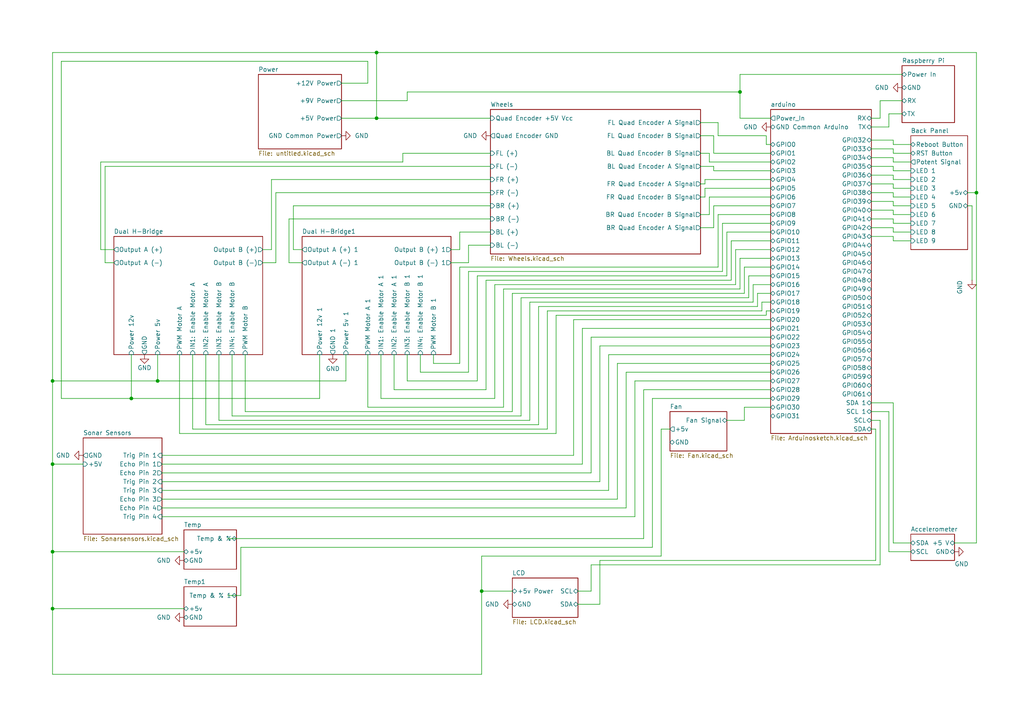
<source format=kicad_sch>
(kicad_sch
	(version 20231120)
	(generator "eeschema")
	(generator_version "8.0")
	(uuid "e26e2496-4b56-40d1-813c-7f83c2ea10e0")
	(paper "A4")
	(lib_symbols
		(symbol "power:GND"
			(power)
			(pin_numbers hide)
			(pin_names
				(offset 0) hide)
			(exclude_from_sim no)
			(in_bom yes)
			(on_board yes)
			(property "Reference" "#PWR"
				(at 0 -6.35 0)
				(effects
					(font
						(size 1.27 1.27)
					)
					(hide yes)
				)
			)
			(property "Value" "GND"
				(at 0 -3.81 0)
				(effects
					(font
						(size 1.27 1.27)
					)
				)
			)
			(property "Footprint" ""
				(at 0 0 0)
				(effects
					(font
						(size 1.27 1.27)
					)
					(hide yes)
				)
			)
			(property "Datasheet" ""
				(at 0 0 0)
				(effects
					(font
						(size 1.27 1.27)
					)
					(hide yes)
				)
			)
			(property "Description" "Power symbol creates a global label with name \"GND\" , ground"
				(at 0 0 0)
				(effects
					(font
						(size 1.27 1.27)
					)
					(hide yes)
				)
			)
			(property "ki_keywords" "global power"
				(at 0 0 0)
				(effects
					(font
						(size 1.27 1.27)
					)
					(hide yes)
				)
			)
			(symbol "GND_0_1"
				(polyline
					(pts
						(xy 0 0) (xy 0 -1.27) (xy 1.27 -1.27) (xy 0 -2.54) (xy -1.27 -1.27) (xy 0 -1.27)
					)
					(stroke
						(width 0)
						(type default)
					)
					(fill
						(type none)
					)
				)
			)
			(symbol "GND_1_1"
				(pin power_in line
					(at 0 0 270)
					(length 0)
					(name "~"
						(effects
							(font
								(size 1.27 1.27)
							)
						)
					)
					(number "1"
						(effects
							(font
								(size 1.27 1.27)
							)
						)
					)
				)
			)
		)
	)
	(junction
		(at 15.24 176.53)
		(diameter 0)
		(color 0 0 0 0)
		(uuid "0064394c-12d0-45b2-80bb-7a82e72477a7")
	)
	(junction
		(at 283.21 55.88)
		(diameter 0)
		(color 0 0 0 0)
		(uuid "12c0358a-57c5-4170-a8c4-4adee3b06425")
	)
	(junction
		(at 139.7 171.45)
		(diameter 0)
		(color 0 0 0 0)
		(uuid "136a8e6b-e680-47fa-bfea-c2ff265cc572")
	)
	(junction
		(at 15.24 110.49)
		(diameter 0)
		(color 0 0 0 0)
		(uuid "246973b3-c238-44ee-b69f-cba465bb4857")
	)
	(junction
		(at 45.72 110.49)
		(diameter 0)
		(color 0 0 0 0)
		(uuid "427b2726-8fe3-41e8-8f81-5c74bd2a6f41")
	)
	(junction
		(at 38.1 115.57)
		(diameter 0)
		(color 0 0 0 0)
		(uuid "5676dd06-21c6-4370-9883-70f7573c01fa")
	)
	(junction
		(at 15.24 134.62)
		(diameter 0)
		(color 0 0 0 0)
		(uuid "7caa0c1c-0a60-4760-a292-89df78b1b661")
	)
	(junction
		(at 109.22 15.24)
		(diameter 0)
		(color 0 0 0 0)
		(uuid "a04ab2b3-ea76-4297-b1e6-14f6f266c99b")
	)
	(junction
		(at 109.22 34.29)
		(diameter 0)
		(color 0 0 0 0)
		(uuid "a8c60e4c-a32f-403d-a5e7-3a1564f77357")
	)
	(junction
		(at 214.63 26.67)
		(diameter 0)
		(color 0 0 0 0)
		(uuid "e64e4f44-2b2f-4bf5-bae9-e403ac7f7890")
	)
	(junction
		(at 15.24 160.02)
		(diameter 0)
		(color 0 0 0 0)
		(uuid "e7d67636-2e9e-48cf-b772-b28c4383dc18")
	)
	(wire
		(pts
			(xy 156.21 123.19) (xy 59.69 123.19)
		)
		(stroke
			(width 0)
			(type default)
		)
		(uuid "01a46876-3254-4cb2-ae73-42e32598390b")
	)
	(wire
		(pts
			(xy 125.73 105.41) (xy 125.73 102.87)
		)
		(stroke
			(width 0)
			(type default)
		)
		(uuid "02084b36-4d15-4836-a2f0-67cd4c16eec2")
	)
	(wire
		(pts
			(xy 161.29 125.73) (xy 161.29 91.44)
		)
		(stroke
			(width 0)
			(type default)
		)
		(uuid "03539da9-780e-4a85-af7a-29e05d561667")
	)
	(wire
		(pts
			(xy 135.89 107.95) (xy 121.92 107.95)
		)
		(stroke
			(width 0)
			(type default)
		)
		(uuid "039afd66-bdd0-41ed-b2e5-2d7aea946d16")
	)
	(wire
		(pts
			(xy 85.09 59.69) (xy 142.24 59.69)
		)
		(stroke
			(width 0)
			(type default)
		)
		(uuid "03f9296f-21c1-49a5-bae5-260b69654ff9")
	)
	(wire
		(pts
			(xy 220.98 87.63) (xy 223.52 87.63)
		)
		(stroke
			(width 0)
			(type default)
		)
		(uuid "05c7e860-3bf4-4ae3-840f-c01419227e89")
	)
	(wire
		(pts
			(xy 24.13 134.62) (xy 15.24 134.62)
		)
		(stroke
			(width 0)
			(type default)
		)
		(uuid "08909a24-6b34-4b7c-991a-b16f1ad4e4d7")
	)
	(wire
		(pts
			(xy 106.68 118.11) (xy 146.05 118.11)
		)
		(stroke
			(width 0)
			(type default)
		)
		(uuid "09c35273-db33-4e50-a410-ddfede8696f7")
	)
	(wire
		(pts
			(xy 69.85 158.75) (xy 189.23 158.75)
		)
		(stroke
			(width 0)
			(type default)
		)
		(uuid "09e43616-d8ab-4567-9a69-ae30d3eb9635")
	)
	(wire
		(pts
			(xy 29.21 46.99) (xy 116.84 46.99)
		)
		(stroke
			(width 0)
			(type default)
		)
		(uuid "0a7f7acc-d408-454b-8da0-1b7007f34ca4")
	)
	(wire
		(pts
			(xy 259.08 52.07) (xy 264.16 52.07)
		)
		(stroke
			(width 0)
			(type default)
		)
		(uuid "0af515c2-2813-48d3-953f-ba6eb1fcd48a")
	)
	(wire
		(pts
			(xy 283.21 157.48) (xy 283.21 55.88)
		)
		(stroke
			(width 0)
			(type default)
		)
		(uuid "0cc06828-0133-43a0-af4a-af00d580ad6f")
	)
	(wire
		(pts
			(xy 264.16 157.48) (xy 259.08 157.48)
		)
		(stroke
			(width 0)
			(type default)
		)
		(uuid "0fb12341-5841-4e97-8eb7-0b3cab2314f4")
	)
	(wire
		(pts
			(xy 259.08 64.77) (xy 259.08 63.5)
		)
		(stroke
			(width 0)
			(type default)
		)
		(uuid "107f3a24-c589-42bf-90c6-8087c2897d02")
	)
	(wire
		(pts
			(xy 261.62 33.02) (xy 257.81 33.02)
		)
		(stroke
			(width 0)
			(type default)
		)
		(uuid "10b4d66e-cbd1-44af-b822-bbd482a56c65")
	)
	(wire
		(pts
			(xy 280.67 55.88) (xy 283.21 55.88)
		)
		(stroke
			(width 0)
			(type default)
		)
		(uuid "1147b236-ec2a-4482-81cd-cb998fe9b1fe")
	)
	(wire
		(pts
			(xy 257.81 36.83) (xy 252.73 36.83)
		)
		(stroke
			(width 0)
			(type default)
		)
		(uuid "13f99ee2-81e6-48cc-9051-ecf952cb34cf")
	)
	(wire
		(pts
			(xy 259.08 55.88) (xy 252.73 55.88)
		)
		(stroke
			(width 0)
			(type default)
		)
		(uuid "15e56c07-44a0-4eb1-a4f5-664c86d01bb2")
	)
	(wire
		(pts
			(xy 259.08 116.84) (xy 252.73 116.84)
		)
		(stroke
			(width 0)
			(type default)
		)
		(uuid "168c06b3-cb5b-4e3b-aae5-fa7a35b8b1b9")
	)
	(wire
		(pts
			(xy 259.08 57.15) (xy 264.16 57.15)
		)
		(stroke
			(width 0)
			(type default)
		)
		(uuid "17291736-bb3f-4f3b-bc4d-2ce44b2ae09a")
	)
	(wire
		(pts
			(xy 109.22 15.24) (xy 109.22 34.29)
		)
		(stroke
			(width 0)
			(type default)
		)
		(uuid "17e286b6-c3b5-411a-a4a5-3a8164ee9191")
	)
	(wire
		(pts
			(xy 205.74 57.15) (xy 223.52 57.15)
		)
		(stroke
			(width 0)
			(type default)
		)
		(uuid "193c7cf7-a4ca-4640-b1e5-bddccda1279b")
	)
	(wire
		(pts
			(xy 215.9 118.11) (xy 223.52 118.11)
		)
		(stroke
			(width 0)
			(type default)
		)
		(uuid "1a7611ed-953e-4ad2-89a8-147a5cb875ef")
	)
	(wire
		(pts
			(xy 220.98 90.17) (xy 220.98 87.63)
		)
		(stroke
			(width 0)
			(type default)
		)
		(uuid "1b230960-f7c1-4fae-8d25-3fb84019a2f4")
	)
	(wire
		(pts
			(xy 208.28 62.23) (xy 208.28 77.47)
		)
		(stroke
			(width 0)
			(type default)
		)
		(uuid "1b732684-f198-4fa7-b33c-8869167d67a7")
	)
	(wire
		(pts
			(xy 259.08 48.26) (xy 252.73 48.26)
		)
		(stroke
			(width 0)
			(type default)
		)
		(uuid "1b76def9-94a0-4daf-8e04-6c050d06ef12")
	)
	(wire
		(pts
			(xy 133.35 72.39) (xy 133.35 67.31)
		)
		(stroke
			(width 0)
			(type default)
		)
		(uuid "1bbabc08-56d5-4993-a5fe-d600c24658b1")
	)
	(wire
		(pts
			(xy 191.77 161.29) (xy 139.7 161.29)
		)
		(stroke
			(width 0)
			(type default)
		)
		(uuid "1c2bd0ec-936b-496f-b44a-834308992fae")
	)
	(wire
		(pts
			(xy 259.08 50.8) (xy 252.73 50.8)
		)
		(stroke
			(width 0)
			(type default)
		)
		(uuid "1cb931ec-e13c-493f-865a-debab43d72a6")
	)
	(wire
		(pts
			(xy 259.08 60.96) (xy 252.73 60.96)
		)
		(stroke
			(width 0)
			(type default)
		)
		(uuid "1e89539a-ad4d-4a7a-bbba-45ba2c861727")
	)
	(wire
		(pts
			(xy 205.74 44.45) (xy 205.74 46.99)
		)
		(stroke
			(width 0)
			(type default)
		)
		(uuid "1edae854-76f8-4747-9470-9dea8e8e21c2")
	)
	(wire
		(pts
			(xy 140.97 113.03) (xy 140.97 81.28)
		)
		(stroke
			(width 0)
			(type default)
		)
		(uuid "20dccdb8-4ccb-4a59-8fd3-b2c372a30ce6")
	)
	(wire
		(pts
			(xy 80.01 76.2) (xy 80.01 55.88)
		)
		(stroke
			(width 0)
			(type default)
		)
		(uuid "20f6b07c-3882-4ef8-af23-2f4a6423ece2")
	)
	(wire
		(pts
			(xy 259.08 58.42) (xy 252.73 58.42)
		)
		(stroke
			(width 0)
			(type default)
		)
		(uuid "2136fe69-2f10-4a03-85d0-1f08f06e097b")
	)
	(wire
		(pts
			(xy 259.08 54.61) (xy 259.08 53.34)
		)
		(stroke
			(width 0)
			(type default)
		)
		(uuid "2313bf7e-09c8-4772-82ef-ada3fd7c40fa")
	)
	(wire
		(pts
			(xy 171.45 137.16) (xy 171.45 97.79)
		)
		(stroke
			(width 0)
			(type default)
		)
		(uuid "234c8ccd-90a3-42ed-b103-b7743aab4af4")
	)
	(wire
		(pts
			(xy 259.08 66.04) (xy 252.73 66.04)
		)
		(stroke
			(width 0)
			(type default)
		)
		(uuid "2373484c-e09b-4fba-a5c1-a6bffd697f45")
	)
	(wire
		(pts
			(xy 151.13 120.65) (xy 67.31 120.65)
		)
		(stroke
			(width 0)
			(type default)
		)
		(uuid "257a492f-a023-45f4-9a69-69bf9a6e2c17")
	)
	(wire
		(pts
			(xy 100.33 110.49) (xy 45.72 110.49)
		)
		(stroke
			(width 0)
			(type default)
		)
		(uuid "261533b4-b2f6-487b-98d2-f6c389697984")
	)
	(wire
		(pts
			(xy 83.82 76.2) (xy 83.82 63.5)
		)
		(stroke
			(width 0)
			(type default)
		)
		(uuid "26cf43e7-213a-4da5-887e-13b9eef4375f")
	)
	(wire
		(pts
			(xy 203.2 62.23) (xy 205.74 62.23)
		)
		(stroke
			(width 0)
			(type default)
		)
		(uuid "27345d42-cec2-4590-b9df-3b6f72c6cf02")
	)
	(wire
		(pts
			(xy 259.08 64.77) (xy 264.16 64.77)
		)
		(stroke
			(width 0)
			(type default)
		)
		(uuid "279f20ba-ae9e-4fa1-954a-12d0b660838f")
	)
	(wire
		(pts
			(xy 100.33 102.87) (xy 100.33 110.49)
		)
		(stroke
			(width 0)
			(type default)
		)
		(uuid "290ee424-e636-450c-a8a1-da8a6fa0d5b0")
	)
	(wire
		(pts
			(xy 189.23 115.57) (xy 223.52 115.57)
		)
		(stroke
			(width 0)
			(type default)
		)
		(uuid "2a459bd4-1550-4a24-803d-38f89435d283")
	)
	(wire
		(pts
			(xy 76.2 76.2) (xy 80.01 76.2)
		)
		(stroke
			(width 0)
			(type default)
		)
		(uuid "2cabf2d1-396c-4dfc-9f4e-6628e086d7f1")
	)
	(wire
		(pts
			(xy 259.08 69.85) (xy 259.08 68.58)
		)
		(stroke
			(width 0)
			(type default)
		)
		(uuid "2d32b5e0-1de5-4769-aac5-2b7c057c2887")
	)
	(wire
		(pts
			(xy 138.43 110.49) (xy 118.11 110.49)
		)
		(stroke
			(width 0)
			(type default)
		)
		(uuid "2dc02796-ba2c-4d5c-b073-a2d0c897e12e")
	)
	(wire
		(pts
			(xy 214.63 21.59) (xy 214.63 26.67)
		)
		(stroke
			(width 0)
			(type default)
		)
		(uuid "2edc2821-102c-4f8d-a73b-58e5f08d2a60")
	)
	(wire
		(pts
			(xy 259.08 62.23) (xy 259.08 60.96)
		)
		(stroke
			(width 0)
			(type default)
		)
		(uuid "31f164ae-bbf9-452d-bacd-6efc50fab455")
	)
	(wire
		(pts
			(xy 176.53 142.24) (xy 46.99 142.24)
		)
		(stroke
			(width 0)
			(type default)
		)
		(uuid "32d85342-9b38-4341-b837-dc1b8305dbe0")
	)
	(wire
		(pts
			(xy 209.55 78.74) (xy 135.89 78.74)
		)
		(stroke
			(width 0)
			(type default)
		)
		(uuid "344dafdc-ecf9-4b80-8fc5-e1508633bc3a")
	)
	(wire
		(pts
			(xy 67.31 120.65) (xy 67.31 102.87)
		)
		(stroke
			(width 0)
			(type default)
		)
		(uuid "3492589b-c0f9-484f-acb6-f0e5b8d49b3e")
	)
	(wire
		(pts
			(xy 118.11 26.67) (xy 214.63 26.67)
		)
		(stroke
			(width 0)
			(type default)
		)
		(uuid "3616995c-0a77-4d3e-8f1a-3345095057e4")
	)
	(wire
		(pts
			(xy 259.08 54.61) (xy 264.16 54.61)
		)
		(stroke
			(width 0)
			(type default)
		)
		(uuid "363fe646-c7f6-4c8c-ad41-503866b3aec3")
	)
	(wire
		(pts
			(xy 222.25 39.37) (xy 222.25 41.91)
		)
		(stroke
			(width 0)
			(type default)
		)
		(uuid "37baa66f-32eb-437f-80d4-332b733338c5")
	)
	(wire
		(pts
			(xy 46.99 139.7) (xy 173.99 139.7)
		)
		(stroke
			(width 0)
			(type default)
		)
		(uuid "389d798f-5371-48c8-808d-4b5c6e61d754")
	)
	(wire
		(pts
			(xy 15.24 110.49) (xy 15.24 15.24)
		)
		(stroke
			(width 0)
			(type default)
		)
		(uuid "38b8b72e-a5f8-4929-92db-881d7d7aeb7b")
	)
	(wire
		(pts
			(xy 280.67 59.69) (xy 281.94 59.69)
		)
		(stroke
			(width 0)
			(type default)
		)
		(uuid "398c6030-c63c-49b2-9435-8707fcecb5e7")
	)
	(wire
		(pts
			(xy 207.01 49.53) (xy 223.52 49.53)
		)
		(stroke
			(width 0)
			(type default)
		)
		(uuid "3d368608-2799-4c23-abe2-18420630d465")
	)
	(wire
		(pts
			(xy 219.71 85.09) (xy 219.71 88.9)
		)
		(stroke
			(width 0)
			(type default)
		)
		(uuid "3eeafb18-170c-4378-8fb4-fb0c41dd47e8")
	)
	(wire
		(pts
			(xy 208.28 39.37) (xy 222.25 39.37)
		)
		(stroke
			(width 0)
			(type default)
		)
		(uuid "3fd3f2e2-b2c9-49e3-8360-1ea081fad13d")
	)
	(wire
		(pts
			(xy 218.44 82.55) (xy 223.52 82.55)
		)
		(stroke
			(width 0)
			(type default)
		)
		(uuid "3fed6b3c-6123-4d5b-a846-91811b13e46f")
	)
	(wire
		(pts
			(xy 85.09 72.39) (xy 85.09 59.69)
		)
		(stroke
			(width 0)
			(type default)
		)
		(uuid "4111b15b-124d-4e26-9a7a-1268dbda2c8e")
	)
	(wire
		(pts
			(xy 139.7 195.58) (xy 15.24 195.58)
		)
		(stroke
			(width 0)
			(type default)
		)
		(uuid "4505704c-ae4c-444a-afac-1d51bd481ddc")
	)
	(wire
		(pts
			(xy 205.74 62.23) (xy 205.74 57.15)
		)
		(stroke
			(width 0)
			(type default)
		)
		(uuid "4675002c-59d9-46bb-b760-1b513e7a802f")
	)
	(wire
		(pts
			(xy 78.74 72.39) (xy 78.74 52.07)
		)
		(stroke
			(width 0)
			(type default)
		)
		(uuid "470d5aa3-d1d8-4add-9df8-213d6d9256ca")
	)
	(wire
		(pts
			(xy 78.74 52.07) (xy 142.24 52.07)
		)
		(stroke
			(width 0)
			(type default)
		)
		(uuid "475a15db-0b37-4530-b3bd-57752d02361f")
	)
	(wire
		(pts
			(xy 203.2 39.37) (xy 207.01 39.37)
		)
		(stroke
			(width 0)
			(type default)
		)
		(uuid "47ad88a8-5fbe-4c10-9b0e-89ccb14ccf16")
	)
	(wire
		(pts
			(xy 146.05 118.11) (xy 146.05 83.82)
		)
		(stroke
			(width 0)
			(type default)
		)
		(uuid "485b8a9f-7b4e-4aa0-81b7-07dd98cd99d8")
	)
	(wire
		(pts
			(xy 87.63 76.2) (xy 83.82 76.2)
		)
		(stroke
			(width 0)
			(type default)
		)
		(uuid "4980fcec-2536-404e-9b8a-683edaa3b097")
	)
	(wire
		(pts
			(xy 223.52 80.01) (xy 217.17 80.01)
		)
		(stroke
			(width 0)
			(type default)
		)
		(uuid "49d03a5c-d267-490f-b68b-7b74edf24ca0")
	)
	(wire
		(pts
			(xy 80.01 55.88) (xy 142.24 55.88)
		)
		(stroke
			(width 0)
			(type default)
		)
		(uuid "49fcea42-99de-4e13-af7e-2015a1488137")
	)
	(wire
		(pts
			(xy 15.24 160.02) (xy 15.24 176.53)
		)
		(stroke
			(width 0)
			(type default)
		)
		(uuid "4ad3c795-e6b2-4139-b3cc-6df0aa7264ff")
	)
	(wire
		(pts
			(xy 259.08 41.91) (xy 264.16 41.91)
		)
		(stroke
			(width 0)
			(type default)
		)
		(uuid "4afc8674-d006-49fa-ac50-227109d1c9c1")
	)
	(wire
		(pts
			(xy 204.47 57.15) (xy 204.47 54.61)
		)
		(stroke
			(width 0)
			(type default)
		)
		(uuid "4bc1b5e2-82e3-4f0e-9aab-b92203e702fb")
	)
	(wire
		(pts
			(xy 259.08 49.53) (xy 264.16 49.53)
		)
		(stroke
			(width 0)
			(type default)
		)
		(uuid "4c51124e-05da-47dc-9556-423974ddd335")
	)
	(wire
		(pts
			(xy 55.88 124.46) (xy 158.75 124.46)
		)
		(stroke
			(width 0)
			(type default)
		)
		(uuid "4dd673af-fa3c-4ea9-ae73-837ea7e78af3")
	)
	(wire
		(pts
			(xy 46.99 134.62) (xy 168.91 134.62)
		)
		(stroke
			(width 0)
			(type default)
		)
		(uuid "4ed06f1c-acba-4c64-9777-1d2bb6491aee")
	)
	(wire
		(pts
			(xy 173.99 175.26) (xy 173.99 162.56)
		)
		(stroke
			(width 0)
			(type default)
		)
		(uuid "51a9bd6c-7af8-4f81-9bd5-5edd841362d4")
	)
	(wire
		(pts
			(xy 76.2 72.39) (xy 78.74 72.39)
		)
		(stroke
			(width 0)
			(type default)
		)
		(uuid "53b44bd6-6e38-4181-83ca-18bd861e41ce")
	)
	(wire
		(pts
			(xy 15.24 134.62) (xy 15.24 110.49)
		)
		(stroke
			(width 0)
			(type default)
		)
		(uuid "53df2e41-f278-46b5-93f9-11181ee0bc69")
	)
	(wire
		(pts
			(xy 121.92 107.95) (xy 121.92 102.87)
		)
		(stroke
			(width 0)
			(type default)
		)
		(uuid "55db8451-4e6b-47ed-aec7-c390d89dff94")
	)
	(wire
		(pts
			(xy 116.84 44.45) (xy 142.24 44.45)
		)
		(stroke
			(width 0)
			(type default)
		)
		(uuid "5672041e-50a2-4acd-af22-e87424ee6fa7")
	)
	(wire
		(pts
			(xy 139.7 171.45) (xy 139.7 195.58)
		)
		(stroke
			(width 0)
			(type default)
		)
		(uuid "571ac2c3-0bfc-4a74-b775-d7ea79eb060a")
	)
	(wire
		(pts
			(xy 254 162.56) (xy 254 124.46)
		)
		(stroke
			(width 0)
			(type default)
		)
		(uuid "5728d305-6587-48bd-a61c-e87bbc7e1117")
	)
	(wire
		(pts
			(xy 207.01 48.26) (xy 203.2 48.26)
		)
		(stroke
			(width 0)
			(type default)
		)
		(uuid "5a66a447-253a-4bcc-9fcd-0f04d82be68f")
	)
	(wire
		(pts
			(xy 215.9 85.09) (xy 215.9 77.47)
		)
		(stroke
			(width 0)
			(type default)
		)
		(uuid "5b21ec57-d4a5-47d7-a303-134db01348ca")
	)
	(wire
		(pts
			(xy 212.09 69.85) (xy 223.52 69.85)
		)
		(stroke
			(width 0)
			(type default)
		)
		(uuid "5b7131ba-1ed5-49ff-81f3-9b7257d3ece7")
	)
	(wire
		(pts
			(xy 203.2 35.56) (xy 208.28 35.56)
		)
		(stroke
			(width 0)
			(type default)
		)
		(uuid "5bb1d397-2772-48a8-bca3-55bcdc4b075b")
	)
	(wire
		(pts
			(xy 259.08 69.85) (xy 264.16 69.85)
		)
		(stroke
			(width 0)
			(type default)
		)
		(uuid "5d3fed64-688b-48f6-9c28-9a848765728d")
	)
	(wire
		(pts
			(xy 215.9 121.92) (xy 215.9 118.11)
		)
		(stroke
			(width 0)
			(type default)
		)
		(uuid "5dfe7eaf-1184-4859-a31d-88af8e923784")
	)
	(wire
		(pts
			(xy 259.08 62.23) (xy 264.16 62.23)
		)
		(stroke
			(width 0)
			(type default)
		)
		(uuid "5ec26618-4a70-4782-8d02-cc5d229ad7b7")
	)
	(wire
		(pts
			(xy 15.24 134.62) (xy 15.24 160.02)
		)
		(stroke
			(width 0)
			(type default)
		)
		(uuid "5fe44a00-4a46-4b6e-99d7-ef306680a613")
	)
	(wire
		(pts
			(xy 255.27 121.92) (xy 252.73 121.92)
		)
		(stroke
			(width 0)
			(type default)
		)
		(uuid "607e01f4-7a02-4bcf-9e27-bf915caeec55")
	)
	(wire
		(pts
			(xy 213.36 82.55) (xy 143.51 82.55)
		)
		(stroke
			(width 0)
			(type default)
		)
		(uuid "611109d4-b9c9-4a7b-a547-5b6a0ccf8c9c")
	)
	(wire
		(pts
			(xy 179.07 105.41) (xy 179.07 144.78)
		)
		(stroke
			(width 0)
			(type default)
		)
		(uuid "618910ec-88a6-460e-a39d-1ab303a92115")
	)
	(wire
		(pts
			(xy 203.2 53.34) (xy 204.47 53.34)
		)
		(stroke
			(width 0)
			(type default)
		)
		(uuid "62f0cea8-f811-49f4-a9f4-4d4d65e51a17")
	)
	(wire
		(pts
			(xy 173.99 162.56) (xy 254 162.56)
		)
		(stroke
			(width 0)
			(type default)
		)
		(uuid "62fbfca9-3230-4e01-b23c-9e248fdd4666")
	)
	(wire
		(pts
			(xy 210.82 121.92) (xy 215.9 121.92)
		)
		(stroke
			(width 0)
			(type default)
		)
		(uuid "63cc46a8-b630-4aad-96eb-25cf0d3c5886")
	)
	(wire
		(pts
			(xy 257.81 160.02) (xy 257.81 119.38)
		)
		(stroke
			(width 0)
			(type default)
		)
		(uuid "642d6a6e-6304-4a4b-a777-0b39a325b0cf")
	)
	(wire
		(pts
			(xy 214.63 83.82) (xy 214.63 74.93)
		)
		(stroke
			(width 0)
			(type default)
		)
		(uuid "674a4c0c-72d3-4f5a-a5d4-11f15641d067")
	)
	(wire
		(pts
			(xy 276.86 157.48) (xy 283.21 157.48)
		)
		(stroke
			(width 0)
			(type default)
		)
		(uuid "684d316b-1288-4d2f-8242-4ae51826a0bc")
	)
	(wire
		(pts
			(xy 259.08 49.53) (xy 259.08 48.26)
		)
		(stroke
			(width 0)
			(type default)
		)
		(uuid "685b02b0-d86c-4d10-b265-670221f72eec")
	)
	(wire
		(pts
			(xy 186.69 156.21) (xy 186.69 113.03)
		)
		(stroke
			(width 0)
			(type default)
		)
		(uuid "68d60ab5-7103-45b6-8348-8c22b87d5d2a")
	)
	(wire
		(pts
			(xy 214.63 26.67) (xy 214.63 34.29)
		)
		(stroke
			(width 0)
			(type default)
		)
		(uuid "69ba9857-b7ff-4cc7-ac82-7aec68904f9f")
	)
	(wire
		(pts
			(xy 135.89 76.2) (xy 135.89 71.12)
		)
		(stroke
			(width 0)
			(type default)
		)
		(uuid "6b0e2731-5202-4d97-8533-62355716d3b3")
	)
	(wire
		(pts
			(xy 204.47 54.61) (xy 223.52 54.61)
		)
		(stroke
			(width 0)
			(type default)
		)
		(uuid "6c1a8e98-6189-4c34-927c-182b72c32034")
	)
	(wire
		(pts
			(xy 223.52 105.41) (xy 179.07 105.41)
		)
		(stroke
			(width 0)
			(type default)
		)
		(uuid "6d6d0f24-0406-408b-984c-80bbc8c2db32")
	)
	(wire
		(pts
			(xy 210.82 80.01) (xy 138.43 80.01)
		)
		(stroke
			(width 0)
			(type default)
		)
		(uuid "6dc95267-911b-4618-932b-a2da9eda1656")
	)
	(wire
		(pts
			(xy 138.43 80.01) (xy 138.43 110.49)
		)
		(stroke
			(width 0)
			(type default)
		)
		(uuid "6dcb9f3c-ce3f-4b9d-b01a-eace2268b507")
	)
	(wire
		(pts
			(xy 259.08 59.69) (xy 264.16 59.69)
		)
		(stroke
			(width 0)
			(type default)
		)
		(uuid "6de4e013-e5bc-4aef-843d-2861d3322d52")
	)
	(wire
		(pts
			(xy 52.07 102.87) (xy 52.07 125.73)
		)
		(stroke
			(width 0)
			(type default)
		)
		(uuid "71901bb5-301e-46ce-a9a9-a7b853ca3ebf")
	)
	(wire
		(pts
			(xy 135.89 71.12) (xy 142.24 71.12)
		)
		(stroke
			(width 0)
			(type default)
		)
		(uuid "72cc9b88-b996-4b3a-8fbb-9df38cbd86ad")
	)
	(wire
		(pts
			(xy 46.99 147.32) (xy 181.61 147.32)
		)
		(stroke
			(width 0)
			(type default)
		)
		(uuid "75ee7f39-a5c9-4e68-b2d7-0027f8540422")
	)
	(wire
		(pts
			(xy 205.74 46.99) (xy 223.52 46.99)
		)
		(stroke
			(width 0)
			(type default)
		)
		(uuid "765c43bc-af91-4895-aefb-cd4b2a8d7133")
	)
	(wire
		(pts
			(xy 173.99 100.33) (xy 223.52 100.33)
		)
		(stroke
			(width 0)
			(type default)
		)
		(uuid "78146778-9d11-4b5a-b95d-526fd562c310")
	)
	(wire
		(pts
			(xy 217.17 86.36) (xy 151.13 86.36)
		)
		(stroke
			(width 0)
			(type default)
		)
		(uuid "78473c0a-b3de-4cb6-9597-dea541aed8b5")
	)
	(wire
		(pts
			(xy 148.59 171.45) (xy 139.7 171.45)
		)
		(stroke
			(width 0)
			(type default)
		)
		(uuid "78705f15-353b-4ae3-9b1a-d29f710b48c3")
	)
	(wire
		(pts
			(xy 71.12 119.38) (xy 148.59 119.38)
		)
		(stroke
			(width 0)
			(type default)
		)
		(uuid "78a751f7-f2d6-4716-bcba-0650f89aed6c")
	)
	(wire
		(pts
			(xy 255.27 163.83) (xy 255.27 121.92)
		)
		(stroke
			(width 0)
			(type default)
		)
		(uuid "7b03b25a-1db2-4763-ba7e-f26ed13409fd")
	)
	(wire
		(pts
			(xy 219.71 88.9) (xy 156.21 88.9)
		)
		(stroke
			(width 0)
			(type default)
		)
		(uuid "7b7fe5b2-28b0-46c2-95aa-a3f8c63cdaaa")
	)
	(wire
		(pts
			(xy 139.7 161.29) (xy 139.7 171.45)
		)
		(stroke
			(width 0)
			(type default)
		)
		(uuid "7c1656b8-15f8-44ce-88c9-4b9baabd83da")
	)
	(wire
		(pts
			(xy 259.08 40.64) (xy 252.73 40.64)
		)
		(stroke
			(width 0)
			(type default)
		)
		(uuid "7c4551b3-cf6d-45d7-84d0-228cf6fe238e")
	)
	(wire
		(pts
			(xy 259.08 44.45) (xy 264.16 44.45)
		)
		(stroke
			(width 0)
			(type default)
		)
		(uuid "7d4cbf8b-6f19-49eb-8491-5cc2ab03896a")
	)
	(wire
		(pts
			(xy 255.27 34.29) (xy 255.27 29.21)
		)
		(stroke
			(width 0)
			(type default)
		)
		(uuid "7d65a8c9-8b90-4321-a816-d0570ca10a72")
	)
	(wire
		(pts
			(xy 223.52 62.23) (xy 208.28 62.23)
		)
		(stroke
			(width 0)
			(type default)
		)
		(uuid "7e8c5572-e541-4dd9-a2fe-5cfae02a7115")
	)
	(wire
		(pts
			(xy 207.01 39.37) (xy 207.01 44.45)
		)
		(stroke
			(width 0)
			(type default)
		)
		(uuid "7fa79605-b592-40f8-ac8d-b063c6f35172")
	)
	(wire
		(pts
			(xy 158.75 124.46) (xy 158.75 90.17)
		)
		(stroke
			(width 0)
			(type default)
		)
		(uuid "83f260e5-2b20-4465-9644-5b8374f5da63")
	)
	(wire
		(pts
			(xy 217.17 80.01) (xy 217.17 86.36)
		)
		(stroke
			(width 0)
			(type default)
		)
		(uuid "8469be1f-30d2-4267-b6ae-a48dae2149c4")
	)
	(wire
		(pts
			(xy 153.67 121.92) (xy 153.67 87.63)
		)
		(stroke
			(width 0)
			(type default)
		)
		(uuid "84aaa399-d24b-45d7-86a6-e79cc2a26466")
	)
	(wire
		(pts
			(xy 259.08 53.34) (xy 252.73 53.34)
		)
		(stroke
			(width 0)
			(type default)
		)
		(uuid "853bfc7f-154e-4459-a8ba-e300c199b14c")
	)
	(wire
		(pts
			(xy 87.63 72.39) (xy 85.09 72.39)
		)
		(stroke
			(width 0)
			(type default)
		)
		(uuid "85ebd910-f060-4df1-8a4b-858596036147")
	)
	(wire
		(pts
			(xy 283.21 55.88) (xy 283.21 15.24)
		)
		(stroke
			(width 0)
			(type default)
		)
		(uuid "87e829e4-f06c-420c-abae-3d56a5a1d0e3")
	)
	(wire
		(pts
			(xy 218.44 87.63) (xy 218.44 82.55)
		)
		(stroke
			(width 0)
			(type default)
		)
		(uuid "880815ac-21c6-400d-90c3-61b02f3a53d1")
	)
	(wire
		(pts
			(xy 207.01 59.69) (xy 223.52 59.69)
		)
		(stroke
			(width 0)
			(type default)
		)
		(uuid "880c6425-956e-4cd5-b5de-02394d9909aa")
	)
	(wire
		(pts
			(xy 223.52 110.49) (xy 184.15 110.49)
		)
		(stroke
			(width 0)
			(type default)
		)
		(uuid "8894db4e-39ed-4a55-b074-4192ae6190c4")
	)
	(wire
		(pts
			(xy 222.25 90.17) (xy 223.52 90.17)
		)
		(stroke
			(width 0)
			(type default)
		)
		(uuid "88b3343a-f44f-4eff-8523-80a0c02822c4")
	)
	(wire
		(pts
			(xy 143.51 82.55) (xy 143.51 115.57)
		)
		(stroke
			(width 0)
			(type default)
		)
		(uuid "8a1eec6b-1978-4d57-a39d-4bcde242cc98")
	)
	(wire
		(pts
			(xy 223.52 102.87) (xy 176.53 102.87)
		)
		(stroke
			(width 0)
			(type default)
		)
		(uuid "8a4abdcf-e454-4c8a-84ac-57916fed18e1")
	)
	(wire
		(pts
			(xy 261.62 21.59) (xy 214.63 21.59)
		)
		(stroke
			(width 0)
			(type default)
		)
		(uuid "8cf5ff0a-b5e3-4f83-8084-4cb3a2a0df01")
	)
	(wire
		(pts
			(xy 99.06 34.29) (xy 109.22 34.29)
		)
		(stroke
			(width 0)
			(type default)
		)
		(uuid "8d1d970f-36b3-421b-a195-610979edcc5e")
	)
	(wire
		(pts
			(xy 203.2 57.15) (xy 204.47 57.15)
		)
		(stroke
			(width 0)
			(type default)
		)
		(uuid "8ed94e32-b6bd-4532-9ff9-8df3b6f7c3ea")
	)
	(wire
		(pts
			(xy 63.5 121.92) (xy 153.67 121.92)
		)
		(stroke
			(width 0)
			(type default)
		)
		(uuid "8ef834e7-c0fb-4457-b348-80db03ea4d64")
	)
	(wire
		(pts
			(xy 223.52 85.09) (xy 219.71 85.09)
		)
		(stroke
			(width 0)
			(type default)
		)
		(uuid "8f2168a2-52b9-488a-9c97-28f1787d7aaf")
	)
	(wire
		(pts
			(xy 259.08 63.5) (xy 252.73 63.5)
		)
		(stroke
			(width 0)
			(type default)
		)
		(uuid "8fd473f8-bcb9-4523-a193-2d8e9979ce11")
	)
	(wire
		(pts
			(xy 207.01 49.53) (xy 207.01 48.26)
		)
		(stroke
			(width 0)
			(type default)
		)
		(uuid "901d47b4-2791-4c0c-8fbb-e478a8c54a7d")
	)
	(wire
		(pts
			(xy 153.67 87.63) (xy 218.44 87.63)
		)
		(stroke
			(width 0)
			(type default)
		)
		(uuid "90304d87-a532-4fa8-aece-91bafb04997b")
	)
	(wire
		(pts
			(xy 168.91 95.25) (xy 168.91 134.62)
		)
		(stroke
			(width 0)
			(type default)
		)
		(uuid "912ad1db-84d5-4d6d-bb88-bd588ef36eae")
	)
	(wire
		(pts
			(xy 259.08 67.31) (xy 264.16 67.31)
		)
		(stroke
			(width 0)
			(type default)
		)
		(uuid "91f12fdf-2bc4-4440-847a-abf09110da0c")
	)
	(wire
		(pts
			(xy 52.07 125.73) (xy 161.29 125.73)
		)
		(stroke
			(width 0)
			(type default)
		)
		(uuid "92eafd8b-7736-4ae2-8c6a-e6819bc1af7b")
	)
	(wire
		(pts
			(xy 30.48 76.2) (xy 30.48 48.26)
		)
		(stroke
			(width 0)
			(type default)
		)
		(uuid "9377c555-ccf9-4090-a7a7-792af59cface")
	)
	(wire
		(pts
			(xy 33.02 72.39) (xy 29.21 72.39)
		)
		(stroke
			(width 0)
			(type default)
		)
		(uuid "93c2fb05-fd47-4b4a-8bff-b4631afa59ff")
	)
	(wire
		(pts
			(xy 176.53 102.87) (xy 176.53 142.24)
		)
		(stroke
			(width 0)
			(type default)
		)
		(uuid "9428fff8-cf18-434b-afe7-5ab43ef905f3")
	)
	(wire
		(pts
			(xy 254 124.46) (xy 252.73 124.46)
		)
		(stroke
			(width 0)
			(type default)
		)
		(uuid "96263aa8-5d0a-41b5-bcbd-0fc9a240eed9")
	)
	(wire
		(pts
			(xy 184.15 110.49) (xy 184.15 149.86)
		)
		(stroke
			(width 0)
			(type default)
		)
		(uuid "9650d069-a4b8-405a-b6c2-c016200afffe")
	)
	(wire
		(pts
			(xy 106.68 17.78) (xy 17.78 17.78)
		)
		(stroke
			(width 0)
			(type default)
		)
		(uuid "966fd027-bc8d-4676-a298-287cf87cb910")
	)
	(wire
		(pts
			(xy 17.78 115.57) (xy 38.1 115.57)
		)
		(stroke
			(width 0)
			(type default)
		)
		(uuid "983597b4-09b0-4134-b4b2-c8f09a45a6f7")
	)
	(wire
		(pts
			(xy 59.69 123.19) (xy 59.69 102.87)
		)
		(stroke
			(width 0)
			(type default)
		)
		(uuid "9afbb55e-a31a-4230-8a71-3db61cd3277d")
	)
	(wire
		(pts
			(xy 106.68 24.13) (xy 106.68 17.78)
		)
		(stroke
			(width 0)
			(type default)
		)
		(uuid "9c1cd662-cb75-4eaa-9d85-fb5cbb027943")
	)
	(wire
		(pts
			(xy 30.48 48.26) (xy 142.24 48.26)
		)
		(stroke
			(width 0)
			(type default)
		)
		(uuid "9cd0c758-3236-4f90-adfc-fbabf7e9744e")
	)
	(wire
		(pts
			(xy 179.07 144.78) (xy 46.99 144.78)
		)
		(stroke
			(width 0)
			(type default)
		)
		(uuid "9ce31b9c-a46e-4cf4-9324-bea84345b9a7")
	)
	(wire
		(pts
			(xy 110.49 115.57) (xy 110.49 102.87)
		)
		(stroke
			(width 0)
			(type default)
		)
		(uuid "9d0f0f0c-d482-4a6c-b8e9-d791519a62fa")
	)
	(wire
		(pts
			(xy 17.78 17.78) (xy 17.78 115.57)
		)
		(stroke
			(width 0)
			(type default)
		)
		(uuid "9e15b1af-85da-427b-826b-0619ad313e1e")
	)
	(wire
		(pts
			(xy 148.59 119.38) (xy 148.59 85.09)
		)
		(stroke
			(width 0)
			(type default)
		)
		(uuid "9eb97be5-07ac-4066-9af4-42795d63c93c")
	)
	(wire
		(pts
			(xy 223.52 64.77) (xy 209.55 64.77)
		)
		(stroke
			(width 0)
			(type default)
		)
		(uuid "9f6d7917-3e91-49be-a75b-defa99c102e1")
	)
	(wire
		(pts
			(xy 207.01 44.45) (xy 223.52 44.45)
		)
		(stroke
			(width 0)
			(type default)
		)
		(uuid "9fa4a7b2-b7c6-4512-88c2-4b39f012d526")
	)
	(wire
		(pts
			(xy 92.71 115.57) (xy 38.1 115.57)
		)
		(stroke
			(width 0)
			(type default)
		)
		(uuid "a04d7b9a-af48-4dc5-90cb-006dc578a31b")
	)
	(wire
		(pts
			(xy 130.81 72.39) (xy 133.35 72.39)
		)
		(stroke
			(width 0)
			(type default)
		)
		(uuid "a0c78c2b-89ba-4927-b84a-a897452280e7")
	)
	(wire
		(pts
			(xy 143.51 115.57) (xy 110.49 115.57)
		)
		(stroke
			(width 0)
			(type default)
		)
		(uuid "a2d69908-f166-4a62-ada9-c83dcfed84c9")
	)
	(wire
		(pts
			(xy 173.99 139.7) (xy 173.99 100.33)
		)
		(stroke
			(width 0)
			(type default)
		)
		(uuid "a329717d-ba50-45e6-9e09-2ba58f5f7fbe")
	)
	(wire
		(pts
			(xy 158.75 90.17) (xy 220.98 90.17)
		)
		(stroke
			(width 0)
			(type default)
		)
		(uuid "a39b3f92-8451-4d77-8b45-a41bbb9114c5")
	)
	(wire
		(pts
			(xy 222.25 91.44) (xy 222.25 90.17)
		)
		(stroke
			(width 0)
			(type default)
		)
		(uuid "a43fc4f3-f63a-4b59-86a5-83fe7e407acb")
	)
	(wire
		(pts
			(xy 171.45 163.83) (xy 255.27 163.83)
		)
		(stroke
			(width 0)
			(type default)
		)
		(uuid "a4586163-88a3-4613-a4a7-a830616776c2")
	)
	(wire
		(pts
			(xy 45.72 110.49) (xy 15.24 110.49)
		)
		(stroke
			(width 0)
			(type default)
		)
		(uuid "a50317fc-adf1-4ef0-b9b9-720081079483")
	)
	(wire
		(pts
			(xy 222.25 41.91) (xy 223.52 41.91)
		)
		(stroke
			(width 0)
			(type default)
		)
		(uuid "a7a8ab55-1e44-4b48-b5ac-a7302217da80")
	)
	(wire
		(pts
			(xy 259.08 41.91) (xy 259.08 40.64)
		)
		(stroke
			(width 0)
			(type default)
		)
		(uuid "a83e6b16-7001-4244-9fa6-edaa2d83d441")
	)
	(wire
		(pts
			(xy 114.3 113.03) (xy 140.97 113.03)
		)
		(stroke
			(width 0)
			(type default)
		)
		(uuid "a9d9862e-9e8f-4314-8775-92654627593b")
	)
	(wire
		(pts
			(xy 46.99 137.16) (xy 171.45 137.16)
		)
		(stroke
			(width 0)
			(type default)
		)
		(uuid "a9e4e3d6-8e3f-4ecc-95ff-31cfa6968f55")
	)
	(wire
		(pts
			(xy 156.21 88.9) (xy 156.21 123.19)
		)
		(stroke
			(width 0)
			(type default)
		)
		(uuid "ad1a897f-3405-4476-b887-cc2ceb35308d")
	)
	(wire
		(pts
			(xy 259.08 68.58) (xy 252.73 68.58)
		)
		(stroke
			(width 0)
			(type default)
		)
		(uuid "b0438dc0-2abf-46e4-a25e-6eecc84a62fc")
	)
	(wire
		(pts
			(xy 66.04 156.21) (xy 186.69 156.21)
		)
		(stroke
			(width 0)
			(type default)
		)
		(uuid "b1dad89d-c8ff-4ca2-b15b-dd3ea3a139d2")
	)
	(wire
		(pts
			(xy 203.2 44.45) (xy 205.74 44.45)
		)
		(stroke
			(width 0)
			(type default)
		)
		(uuid "b3cd9955-da88-4544-8cd7-3209d0136154")
	)
	(wire
		(pts
			(xy 203.2 66.04) (xy 207.01 66.04)
		)
		(stroke
			(width 0)
			(type default)
		)
		(uuid "b7cfe1c4-330f-484c-a9ae-f67789b1f0b6")
	)
	(wire
		(pts
			(xy 166.37 132.08) (xy 166.37 92.71)
		)
		(stroke
			(width 0)
			(type default)
		)
		(uuid "b81bc7c6-04a1-4c3a-85cd-d7172b429d67")
	)
	(wire
		(pts
			(xy 257.81 33.02) (xy 257.81 36.83)
		)
		(stroke
			(width 0)
			(type default)
		)
		(uuid "b8846ed1-f83d-4d01-b1ce-7d3cd62812fe")
	)
	(wire
		(pts
			(xy 46.99 132.08) (xy 166.37 132.08)
		)
		(stroke
			(width 0)
			(type default)
		)
		(uuid "b8cff13e-f69d-4c5b-b246-53278a4d4b32")
	)
	(wire
		(pts
			(xy 135.89 78.74) (xy 135.89 107.95)
		)
		(stroke
			(width 0)
			(type default)
		)
		(uuid "b960baa6-f025-40ef-9b9b-478775fb67f7")
	)
	(wire
		(pts
			(xy 161.29 91.44) (xy 222.25 91.44)
		)
		(stroke
			(width 0)
			(type default)
		)
		(uuid "b995e92f-7118-4b5b-a48c-f79948dcccbf")
	)
	(wire
		(pts
			(xy 257.81 119.38) (xy 252.73 119.38)
		)
		(stroke
			(width 0)
			(type default)
		)
		(uuid "ba3b7683-ea3f-42c0-b47a-b5b15ffb2527")
	)
	(wire
		(pts
			(xy 223.52 67.31) (xy 210.82 67.31)
		)
		(stroke
			(width 0)
			(type default)
		)
		(uuid "bae9b4b5-9984-43b9-bdba-243318b0a078")
	)
	(wire
		(pts
			(xy 148.59 85.09) (xy 215.9 85.09)
		)
		(stroke
			(width 0)
			(type default)
		)
		(uuid "bb9e3508-67a5-44e4-b122-530d5b5bdfca")
	)
	(wire
		(pts
			(xy 184.15 149.86) (xy 46.99 149.86)
		)
		(stroke
			(width 0)
			(type default)
		)
		(uuid "bcae0617-332b-4d99-94ac-f257e655fdfa")
	)
	(wire
		(pts
			(xy 186.69 113.03) (xy 223.52 113.03)
		)
		(stroke
			(width 0)
			(type default)
		)
		(uuid "bd57abdb-10dc-4e33-993e-79c825f6e19c")
	)
	(wire
		(pts
			(xy 140.97 81.28) (xy 212.09 81.28)
		)
		(stroke
			(width 0)
			(type default)
		)
		(uuid "be198f78-48d8-495b-b5e4-05ccbafdd653")
	)
	(wire
		(pts
			(xy 259.08 59.69) (xy 259.08 58.42)
		)
		(stroke
			(width 0)
			(type default)
		)
		(uuid "be4797f7-16e0-4876-9140-8f1833d78874")
	)
	(wire
		(pts
			(xy 181.61 147.32) (xy 181.61 107.95)
		)
		(stroke
			(width 0)
			(type default)
		)
		(uuid "c3d5e4d2-ad39-44e6-aa13-db87611ac9e9")
	)
	(wire
		(pts
			(xy 133.35 77.47) (xy 133.35 105.41)
		)
		(stroke
			(width 0)
			(type default)
		)
		(uuid "c52b5342-23a1-4f0d-8f6a-6cf08ecca89c")
	)
	(wire
		(pts
			(xy 63.5 102.87) (xy 63.5 121.92)
		)
		(stroke
			(width 0)
			(type default)
		)
		(uuid "c5fa3d9c-cd46-4428-8dd1-d81fc3cc9bd9")
	)
	(wire
		(pts
			(xy 118.11 29.21) (xy 118.11 26.67)
		)
		(stroke
			(width 0)
			(type default)
		)
		(uuid "cb574047-f3df-4d0a-9794-16e7b24cfdd1")
	)
	(wire
		(pts
			(xy 166.37 92.71) (xy 223.52 92.71)
		)
		(stroke
			(width 0)
			(type default)
		)
		(uuid "cc11ab34-bd8b-477a-ba99-0caee38974de")
	)
	(wire
		(pts
			(xy 99.06 29.21) (xy 118.11 29.21)
		)
		(stroke
			(width 0)
			(type default)
		)
		(uuid "ccae7058-6caf-4aa3-81fd-3e233a227637")
	)
	(wire
		(pts
			(xy 99.06 24.13) (xy 106.68 24.13)
		)
		(stroke
			(width 0)
			(type default)
		)
		(uuid "cd04c08a-254d-4b35-83c7-22082bd6873d")
	)
	(wire
		(pts
			(xy 214.63 74.93) (xy 223.52 74.93)
		)
		(stroke
			(width 0)
			(type default)
		)
		(uuid "cd0c7f21-8c0f-437d-b149-b2396b9467be")
	)
	(wire
		(pts
			(xy 223.52 72.39) (xy 213.36 72.39)
		)
		(stroke
			(width 0)
			(type default)
		)
		(uuid "cdf050c6-66cc-46c3-b702-467b3e14ff08")
	)
	(wire
		(pts
			(xy 210.82 67.31) (xy 210.82 80.01)
		)
		(stroke
			(width 0)
			(type default)
		)
		(uuid "ce29c8eb-8574-4865-ab3f-69297390f448")
	)
	(wire
		(pts
			(xy 15.24 15.24) (xy 109.22 15.24)
		)
		(stroke
			(width 0)
			(type default)
		)
		(uuid "ce2d5d87-33d1-4b04-8d5e-43ccb0de30f7")
	)
	(wire
		(pts
			(xy 71.12 102.87) (xy 71.12 119.38)
		)
		(stroke
			(width 0)
			(type default)
		)
		(uuid "ce31e12c-6ebf-45c8-8eeb-81f0d8122345")
	)
	(wire
		(pts
			(xy 15.24 176.53) (xy 53.34 176.53)
		)
		(stroke
			(width 0)
			(type default)
		)
		(uuid "ce433118-1994-4d77-bdc7-a72a2f12ef78")
	)
	(wire
		(pts
			(xy 259.08 44.45) (xy 259.08 43.18)
		)
		(stroke
			(width 0)
			(type default)
		)
		(uuid "d0761c0b-b8a9-4c7e-a913-614b39dbde17")
	)
	(wire
		(pts
			(xy 92.71 102.87) (xy 92.71 115.57)
		)
		(stroke
			(width 0)
			(type default)
		)
		(uuid "d36a4b8e-e6a5-42c1-a05f-72d2c475ed02")
	)
	(wire
		(pts
			(xy 259.08 157.48) (xy 259.08 116.84)
		)
		(stroke
			(width 0)
			(type default)
		)
		(uuid "d384dd7e-98d6-4ff4-9f13-b2497d10eeae")
	)
	(wire
		(pts
			(xy 194.31 124.46) (xy 191.77 124.46)
		)
		(stroke
			(width 0)
			(type default)
		)
		(uuid "d4c7c7b7-6cc3-472e-8fa9-9f52b5857117")
	)
	(wire
		(pts
			(xy 255.27 29.21) (xy 261.62 29.21)
		)
		(stroke
			(width 0)
			(type default)
		)
		(uuid "d5050f35-a34c-46c5-898d-b3e6fc593d34")
	)
	(wire
		(pts
			(xy 264.16 160.02) (xy 257.81 160.02)
		)
		(stroke
			(width 0)
			(type default)
		)
		(uuid "d6006c97-20eb-44af-8af3-c141279725b5")
	)
	(wire
		(pts
			(xy 69.85 172.72) (xy 69.85 158.75)
		)
		(stroke
			(width 0)
			(type default)
		)
		(uuid "d74551ff-eb8f-4498-bb30-3081e293afc7")
	)
	(wire
		(pts
			(xy 212.09 81.28) (xy 212.09 69.85)
		)
		(stroke
			(width 0)
			(type default)
		)
		(uuid "d9158606-e5f9-4fd3-8da5-536bc211e242")
	)
	(wire
		(pts
			(xy 53.34 160.02) (xy 15.24 160.02)
		)
		(stroke
			(width 0)
			(type default)
		)
		(uuid "da1b9015-1edb-4793-a327-b566b13a41fb")
	)
	(wire
		(pts
			(xy 15.24 176.53) (xy 15.24 195.58)
		)
		(stroke
			(width 0)
			(type default)
		)
		(uuid "dc361c9b-a431-4c7e-bb6c-90ff1de27568")
	)
	(wire
		(pts
			(xy 171.45 171.45) (xy 171.45 163.83)
		)
		(stroke
			(width 0)
			(type default)
		)
		(uuid "dda0781d-0af8-4c0f-8897-430bf73f56ec")
	)
	(wire
		(pts
			(xy 29.21 72.39) (xy 29.21 46.99)
		)
		(stroke
			(width 0)
			(type default)
		)
		(uuid "dddb5a3b-2be4-4b86-a290-0730c3cab8c9")
	)
	(wire
		(pts
			(xy 45.72 102.87) (xy 45.72 110.49)
		)
		(stroke
			(width 0)
			(type default)
		)
		(uuid "de334871-8f6f-4170-8ee4-460e46aa3c96")
	)
	(wire
		(pts
			(xy 204.47 52.07) (xy 223.52 52.07)
		)
		(stroke
			(width 0)
			(type default)
		)
		(uuid "defb31cf-42f1-49f9-a77e-4e04e5beb3f3")
	)
	(wire
		(pts
			(xy 259.08 45.72) (xy 252.73 45.72)
		)
		(stroke
			(width 0)
			(type default)
		)
		(uuid "dfa4bf95-6271-49de-a5c9-3554dd3817f0")
	)
	(wire
		(pts
			(xy 259.08 46.99) (xy 264.16 46.99)
		)
		(stroke
			(width 0)
			(type default)
		)
		(uuid "e062aa5e-aa20-4d7c-835c-a89db92f5e58")
	)
	(wire
		(pts
			(xy 189.23 158.75) (xy 189.23 115.57)
		)
		(stroke
			(width 0)
			(type default)
		)
		(uuid "e3e25d20-ab39-4494-bcbf-a347aee3f2d8")
	)
	(wire
		(pts
			(xy 109.22 34.29) (xy 142.24 34.29)
		)
		(stroke
			(width 0)
			(type default)
		)
		(uuid "e3feda67-da44-4a62-9689-7f0e6d473b4b")
	)
	(wire
		(pts
			(xy 146.05 83.82) (xy 214.63 83.82)
		)
		(stroke
			(width 0)
			(type default)
		)
		(uuid "e4939dd3-a49b-4e60-be91-57e377d64839")
	)
	(wire
		(pts
			(xy 259.08 52.07) (xy 259.08 50.8)
		)
		(stroke
			(width 0)
			(type default)
		)
		(uuid "e4ca3487-e5f0-4a34-87e5-5183f77c1229")
	)
	(wire
		(pts
			(xy 38.1 102.87) (xy 38.1 115.57)
		)
		(stroke
			(width 0)
			(type default)
		)
		(uuid "e58dbbd1-6528-42bd-8148-98509362e3d1")
	)
	(wire
		(pts
			(xy 207.01 66.04) (xy 207.01 59.69)
		)
		(stroke
			(width 0)
			(type default)
		)
		(uuid "e60a1bd9-326a-4a83-904f-47d37bc4a798")
	)
	(wire
		(pts
			(xy 116.84 46.99) (xy 116.84 44.45)
		)
		(stroke
			(width 0)
			(type default)
		)
		(uuid "e6adaacb-8b22-4c97-bd2b-e4c7bf2ddf1b")
	)
	(wire
		(pts
			(xy 208.28 77.47) (xy 133.35 77.47)
		)
		(stroke
			(width 0)
			(type default)
		)
		(uuid "e73c34fe-3f40-4866-ac26-58cf5e872382")
	)
	(wire
		(pts
			(xy 55.88 102.87) (xy 55.88 124.46)
		)
		(stroke
			(width 0)
			(type default)
		)
		(uuid "e7f2c16f-5595-4ca6-ac01-cc7e4df5aadb")
	)
	(wire
		(pts
			(xy 33.02 76.2) (xy 30.48 76.2)
		)
		(stroke
			(width 0)
			(type default)
		)
		(uuid "e8771b61-04d8-4684-bf13-0c61cf1d6532")
	)
	(wire
		(pts
			(xy 66.04 172.72) (xy 69.85 172.72)
		)
		(stroke
			(width 0)
			(type default)
		)
		(uuid "e9d68e43-153c-491f-8987-a5538a1fc849")
	)
	(wire
		(pts
			(xy 259.08 67.31) (xy 259.08 66.04)
		)
		(stroke
			(width 0)
			(type default)
		)
		(uuid "ea46dfba-7eaf-47db-bdc0-edcb31702f63")
	)
	(wire
		(pts
			(xy 118.11 110.49) (xy 118.11 102.87)
		)
		(stroke
			(width 0)
			(type default)
		)
		(uuid "eb13b889-2469-4660-9d09-65cde8a0c3ae")
	)
	(wire
		(pts
			(xy 223.52 95.25) (xy 168.91 95.25)
		)
		(stroke
			(width 0)
			(type default)
		)
		(uuid "eb1c36db-114a-40e7-af55-2cabf29c7aa6")
	)
	(wire
		(pts
			(xy 83.82 63.5) (xy 142.24 63.5)
		)
		(stroke
			(width 0)
			(type default)
		)
		(uuid "ec9ec4c8-64e3-4f47-8a2f-c1e540f3bc09")
	)
	(wire
		(pts
			(xy 259.08 43.18) (xy 252.73 43.18)
		)
		(stroke
			(width 0)
			(type default)
		)
		(uuid "ed14ff7b-e92c-454f-9309-8e85160b1bef")
	)
	(wire
		(pts
			(xy 259.08 46.99) (xy 259.08 45.72)
		)
		(stroke
			(width 0)
			(type default)
		)
		(uuid "ed687acc-4c4b-4817-b0b4-9e4b6f124591")
	)
	(wire
		(pts
			(xy 191.77 124.46) (xy 191.77 161.29)
		)
		(stroke
			(width 0)
			(type default)
		)
		(uuid "ede55281-686f-48f0-b0dd-d730e9118560")
	)
	(wire
		(pts
			(xy 106.68 102.87) (xy 106.68 118.11)
		)
		(stroke
			(width 0)
			(type default)
		)
		(uuid "ee5b6510-66ba-41dc-8ebf-dd0145773d7d")
	)
	(wire
		(pts
			(xy 215.9 77.47) (xy 223.52 77.47)
		)
		(stroke
			(width 0)
			(type default)
		)
		(uuid "effe1381-a492-480a-99cc-2c47981c0e44")
	)
	(wire
		(pts
			(xy 181.61 107.95) (xy 223.52 107.95)
		)
		(stroke
			(width 0)
			(type default)
		)
		(uuid "f13426cb-4a3a-4b36-b511-28f0540c68e5")
	)
	(wire
		(pts
			(xy 167.64 175.26) (xy 173.99 175.26)
		)
		(stroke
			(width 0)
			(type default)
		)
		(uuid "f13f298d-5819-4ec9-ab91-38936e6578dd")
	)
	(wire
		(pts
			(xy 208.28 35.56) (xy 208.28 39.37)
		)
		(stroke
			(width 0)
			(type default)
		)
		(uuid "f2aaa76e-ede7-4dc0-9a86-515dea4210b7")
	)
	(wire
		(pts
			(xy 204.47 53.34) (xy 204.47 52.07)
		)
		(stroke
			(width 0)
			(type default)
		)
		(uuid "f36b3e09-17cb-4303-9526-25f50d9b56ed")
	)
	(wire
		(pts
			(xy 167.64 171.45) (xy 171.45 171.45)
		)
		(stroke
			(width 0)
			(type default)
		)
		(uuid "f5702665-7a52-4510-83c5-32184006f0d1")
	)
	(wire
		(pts
			(xy 259.08 57.15) (xy 259.08 55.88)
		)
		(stroke
			(width 0)
			(type default)
		)
		(uuid "f59e07fd-0243-4edb-a6a4-bd6ea406b192")
	)
	(wire
		(pts
			(xy 114.3 102.87) (xy 114.3 113.03)
		)
		(stroke
			(width 0)
			(type default)
		)
		(uuid "f63f8d5a-dafb-4756-a906-2f43da5eb8e2")
	)
	(wire
		(pts
			(xy 209.55 64.77) (xy 209.55 78.74)
		)
		(stroke
			(width 0)
			(type default)
		)
		(uuid "f7ba5841-550f-4404-b18c-c71ea2737639")
	)
	(wire
		(pts
			(xy 130.81 76.2) (xy 135.89 76.2)
		)
		(stroke
			(width 0)
			(type default)
		)
		(uuid "f87d28fa-48b5-472a-80b7-1eee85a4d026")
	)
	(wire
		(pts
			(xy 171.45 97.79) (xy 223.52 97.79)
		)
		(stroke
			(width 0)
			(type default)
		)
		(uuid "f892e6c3-2d2b-4300-8c7e-a8eecd2ea76d")
	)
	(wire
		(pts
			(xy 109.22 15.24) (xy 283.21 15.24)
		)
		(stroke
			(width 0)
			(type default)
		)
		(uuid "fcba9573-9b9e-4f86-a312-29224232ca92")
	)
	(wire
		(pts
			(xy 151.13 86.36) (xy 151.13 120.65)
		)
		(stroke
			(width 0)
			(type default)
		)
		(uuid "fd47b1e3-1dbb-43b2-9b8b-3a12814593ce")
	)
	(wire
		(pts
			(xy 133.35 67.31) (xy 142.24 67.31)
		)
		(stroke
			(width 0)
			(type default)
		)
		(uuid "fd978e00-c003-476b-af96-0d3673c679ea")
	)
	(wire
		(pts
			(xy 213.36 72.39) (xy 213.36 82.55)
		)
		(stroke
			(width 0)
			(type default)
		)
		(uuid "fe891591-bdc9-465f-b936-3209d867f549")
	)
	(wire
		(pts
			(xy 214.63 34.29) (xy 223.52 34.29)
		)
		(stroke
			(width 0)
			(type default)
		)
		(uuid "feb07baa-42b1-44cd-afa0-80e6fa96ef26")
	)
	(wire
		(pts
			(xy 252.73 34.29) (xy 255.27 34.29)
		)
		(stroke
			(width 0)
			(type default)
		)
		(uuid "fedd2976-faf6-496a-937b-d7bede68a544")
	)
	(wire
		(pts
			(xy 133.35 105.41) (xy 125.73 105.41)
		)
		(stroke
			(width 0)
			(type default)
		)
		(uuid "ff1b7dd4-b6a9-4fc0-814a-f3af949ae42a")
	)
	(wire
		(pts
			(xy 281.94 81.28) (xy 281.94 59.69)
		)
		(stroke
			(width 0)
			(type default)
		)
		(uuid "ffef8efc-6e9c-4417-a38e-525f4c22e61a")
	)
	(symbol
		(lib_id "power:GND")
		(at 276.86 160.02 90)
		(unit 1)
		(exclude_from_sim no)
		(in_bom yes)
		(on_board yes)
		(dnp no)
		(uuid "017346de-e300-475b-ab3a-1bb518a42888")
		(property "Reference" "#PWR020"
			(at 283.21 160.02 0)
			(effects
				(font
					(size 1.27 1.27)
				)
				(hide yes)
			)
		)
		(property "Value" "GND"
			(at 276.86 163.576 90)
			(effects
				(font
					(size 1.27 1.27)
				)
				(justify right)
			)
		)
		(property "Footprint" ""
			(at 276.86 160.02 0)
			(effects
				(font
					(size 1.27 1.27)
				)
				(hide yes)
			)
		)
		(property "Datasheet" ""
			(at 276.86 160.02 0)
			(effects
				(font
					(size 1.27 1.27)
				)
				(hide yes)
			)
		)
		(property "Description" "Power symbol creates a global label with name \"GND\" , ground"
			(at 276.86 160.02 0)
			(effects
				(font
					(size 1.27 1.27)
				)
				(hide yes)
			)
		)
		(pin "1"
			(uuid "d0376f29-e14e-4863-a2b4-016d2f8c197d")
		)
		(instances
			(project "Paul"
				(path "/e26e2496-4b56-40d1-813c-7f83c2ea10e0"
					(reference "#PWR020")
					(unit 1)
				)
			)
		)
	)
	(symbol
		(lib_id "power:GND")
		(at 24.13 132.08 270)
		(unit 1)
		(exclude_from_sim no)
		(in_bom yes)
		(on_board yes)
		(dnp no)
		(fields_autoplaced yes)
		(uuid "3ad3a2c1-facf-4409-986b-1c4f26bc91a1")
		(property "Reference" "#PWR012"
			(at 17.78 132.08 0)
			(effects
				(font
					(size 1.27 1.27)
				)
				(hide yes)
			)
		)
		(property "Value" "GND"
			(at 20.32 132.0799 90)
			(effects
				(font
					(size 1.27 1.27)
				)
				(justify right)
			)
		)
		(property "Footprint" ""
			(at 24.13 132.08 0)
			(effects
				(font
					(size 1.27 1.27)
				)
				(hide yes)
			)
		)
		(property "Datasheet" ""
			(at 24.13 132.08 0)
			(effects
				(font
					(size 1.27 1.27)
				)
				(hide yes)
			)
		)
		(property "Description" "Power symbol creates a global label with name \"GND\" , ground"
			(at 24.13 132.08 0)
			(effects
				(font
					(size 1.27 1.27)
				)
				(hide yes)
			)
		)
		(pin "1"
			(uuid "75d2c31b-6ebf-4cbe-8b06-bfd08efaf627")
		)
		(instances
			(project ""
				(path "/e26e2496-4b56-40d1-813c-7f83c2ea10e0"
					(reference "#PWR012")
					(unit 1)
				)
			)
		)
	)
	(symbol
		(lib_id "power:GND")
		(at 142.24 39.37 270)
		(unit 1)
		(exclude_from_sim no)
		(in_bom yes)
		(on_board yes)
		(dnp no)
		(fields_autoplaced yes)
		(uuid "72d686ad-f660-4fb4-8d7f-bb9a214042bd")
		(property "Reference" "#PWR09"
			(at 135.89 39.37 0)
			(effects
				(font
					(size 1.27 1.27)
				)
				(hide yes)
			)
		)
		(property "Value" "GND"
			(at 138.43 39.3699 90)
			(effects
				(font
					(size 1.27 1.27)
				)
				(justify right)
			)
		)
		(property "Footprint" ""
			(at 142.24 39.37 0)
			(effects
				(font
					(size 1.27 1.27)
				)
				(hide yes)
			)
		)
		(property "Datasheet" ""
			(at 142.24 39.37 0)
			(effects
				(font
					(size 1.27 1.27)
				)
				(hide yes)
			)
		)
		(property "Description" "Power symbol creates a global label with name \"GND\" , ground"
			(at 142.24 39.37 0)
			(effects
				(font
					(size 1.27 1.27)
				)
				(hide yes)
			)
		)
		(pin "1"
			(uuid "d6a40998-8ad3-4004-a8c6-1fd3579be9c4")
		)
		(instances
			(project ""
				(path "/e26e2496-4b56-40d1-813c-7f83c2ea10e0"
					(reference "#PWR09")
					(unit 1)
				)
			)
		)
	)
	(symbol
		(lib_id "power:GND")
		(at 41.91 102.87 0)
		(unit 1)
		(exclude_from_sim no)
		(in_bom yes)
		(on_board yes)
		(dnp no)
		(uuid "79c118da-5960-4099-b73e-7daf067f9122")
		(property "Reference" "#PWR010"
			(at 41.91 109.22 0)
			(effects
				(font
					(size 1.27 1.27)
				)
				(hide yes)
			)
		)
		(property "Value" "GND"
			(at 41.91 106.68 0)
			(effects
				(font
					(size 1.27 1.27)
				)
			)
		)
		(property "Footprint" ""
			(at 41.91 102.87 0)
			(effects
				(font
					(size 1.27 1.27)
				)
				(hide yes)
			)
		)
		(property "Datasheet" ""
			(at 41.91 102.87 0)
			(effects
				(font
					(size 1.27 1.27)
				)
				(hide yes)
			)
		)
		(property "Description" "Power symbol creates a global label with name \"GND\" , ground"
			(at 41.91 102.87 0)
			(effects
				(font
					(size 1.27 1.27)
				)
				(hide yes)
			)
		)
		(pin "1"
			(uuid "b732dde9-4bce-4e23-87bf-1c0f6d1adc16")
		)
		(instances
			(project "Paul"
				(path "/e26e2496-4b56-40d1-813c-7f83c2ea10e0"
					(reference "#PWR010")
					(unit 1)
				)
			)
		)
	)
	(symbol
		(lib_id "power:GND")
		(at 223.52 36.83 270)
		(unit 1)
		(exclude_from_sim no)
		(in_bom yes)
		(on_board yes)
		(dnp no)
		(fields_autoplaced yes)
		(uuid "8086ea05-4fc5-416a-a76e-0865cd838fc5")
		(property "Reference" "#PWR013"
			(at 217.17 36.83 0)
			(effects
				(font
					(size 1.27 1.27)
				)
				(hide yes)
			)
		)
		(property "Value" "GND"
			(at 219.71 36.8299 90)
			(effects
				(font
					(size 1.27 1.27)
				)
				(justify right)
			)
		)
		(property "Footprint" ""
			(at 223.52 36.83 0)
			(effects
				(font
					(size 1.27 1.27)
				)
				(hide yes)
			)
		)
		(property "Datasheet" ""
			(at 223.52 36.83 0)
			(effects
				(font
					(size 1.27 1.27)
				)
				(hide yes)
			)
		)
		(property "Description" "Power symbol creates a global label with name \"GND\" , ground"
			(at 223.52 36.83 0)
			(effects
				(font
					(size 1.27 1.27)
				)
				(hide yes)
			)
		)
		(pin "1"
			(uuid "f36d76cd-6b2f-4339-a549-95c3061174bd")
		)
		(instances
			(project ""
				(path "/e26e2496-4b56-40d1-813c-7f83c2ea10e0"
					(reference "#PWR013")
					(unit 1)
				)
			)
		)
	)
	(symbol
		(lib_id "power:GND")
		(at 96.52 102.87 0)
		(unit 1)
		(exclude_from_sim no)
		(in_bom yes)
		(on_board yes)
		(dnp no)
		(uuid "87722b69-3f0f-42d4-bf82-d69640dd05f4")
		(property "Reference" "#PWR011"
			(at 96.52 109.22 0)
			(effects
				(font
					(size 1.27 1.27)
				)
				(hide yes)
			)
		)
		(property "Value" "GND"
			(at 96.52 106.934 0)
			(effects
				(font
					(size 1.27 1.27)
				)
			)
		)
		(property "Footprint" ""
			(at 96.52 102.87 0)
			(effects
				(font
					(size 1.27 1.27)
				)
				(hide yes)
			)
		)
		(property "Datasheet" ""
			(at 96.52 102.87 0)
			(effects
				(font
					(size 1.27 1.27)
				)
				(hide yes)
			)
		)
		(property "Description" "Power symbol creates a global label with name \"GND\" , ground"
			(at 96.52 102.87 0)
			(effects
				(font
					(size 1.27 1.27)
				)
				(hide yes)
			)
		)
		(pin "1"
			(uuid "1d390c6f-7c0a-49cf-a6fd-4161b7eb726e")
		)
		(instances
			(project "Paul"
				(path "/e26e2496-4b56-40d1-813c-7f83c2ea10e0"
					(reference "#PWR011")
					(unit 1)
				)
			)
		)
	)
	(symbol
		(lib_id "power:GND")
		(at 148.59 175.26 270)
		(unit 1)
		(exclude_from_sim no)
		(in_bom yes)
		(on_board yes)
		(dnp no)
		(fields_autoplaced yes)
		(uuid "8a692e04-62fa-46d8-8c05-34eb6ff4531a")
		(property "Reference" "#PWR015"
			(at 142.24 175.26 0)
			(effects
				(font
					(size 1.27 1.27)
				)
				(hide yes)
			)
		)
		(property "Value" "GND"
			(at 144.78 175.2599 90)
			(effects
				(font
					(size 1.27 1.27)
				)
				(justify right)
			)
		)
		(property "Footprint" ""
			(at 148.59 175.26 0)
			(effects
				(font
					(size 1.27 1.27)
				)
				(hide yes)
			)
		)
		(property "Datasheet" ""
			(at 148.59 175.26 0)
			(effects
				(font
					(size 1.27 1.27)
				)
				(hide yes)
			)
		)
		(property "Description" "Power symbol creates a global label with name \"GND\" , ground"
			(at 148.59 175.26 0)
			(effects
				(font
					(size 1.27 1.27)
				)
				(hide yes)
			)
		)
		(pin "1"
			(uuid "3cfb58d9-ac0c-4d6a-9324-ebb5ff4081a2")
		)
		(instances
			(project ""
				(path "/e26e2496-4b56-40d1-813c-7f83c2ea10e0"
					(reference "#PWR015")
					(unit 1)
				)
			)
		)
	)
	(symbol
		(lib_id "power:GND")
		(at 53.34 179.07 270)
		(unit 1)
		(exclude_from_sim no)
		(in_bom yes)
		(on_board yes)
		(dnp no)
		(fields_autoplaced yes)
		(uuid "b6877c76-9c1b-4db7-9c67-0b6661bb866a")
		(property "Reference" "#PWR019"
			(at 46.99 179.07 0)
			(effects
				(font
					(size 1.27 1.27)
				)
				(hide yes)
			)
		)
		(property "Value" "GND"
			(at 49.53 179.0699 90)
			(effects
				(font
					(size 1.27 1.27)
				)
				(justify right)
			)
		)
		(property "Footprint" ""
			(at 53.34 179.07 0)
			(effects
				(font
					(size 1.27 1.27)
				)
				(hide yes)
			)
		)
		(property "Datasheet" ""
			(at 53.34 179.07 0)
			(effects
				(font
					(size 1.27 1.27)
				)
				(hide yes)
			)
		)
		(property "Description" "Power symbol creates a global label with name \"GND\" , ground"
			(at 53.34 179.07 0)
			(effects
				(font
					(size 1.27 1.27)
				)
				(hide yes)
			)
		)
		(pin "1"
			(uuid "8d54bf6b-97e3-4de3-8020-440c2609e37c")
		)
		(instances
			(project "Paul"
				(path "/e26e2496-4b56-40d1-813c-7f83c2ea10e0"
					(reference "#PWR019")
					(unit 1)
				)
			)
		)
	)
	(symbol
		(lib_id "power:GND")
		(at 281.94 81.28 0)
		(unit 1)
		(exclude_from_sim no)
		(in_bom yes)
		(on_board yes)
		(dnp no)
		(uuid "bd0d668e-5d4a-40ef-9a1d-a17f42bf4997")
		(property "Reference" "#PWR018"
			(at 281.94 87.63 0)
			(effects
				(font
					(size 1.27 1.27)
				)
				(hide yes)
			)
		)
		(property "Value" "GND"
			(at 278.384 81.28 90)
			(effects
				(font
					(size 1.27 1.27)
				)
				(justify right)
			)
		)
		(property "Footprint" ""
			(at 281.94 81.28 0)
			(effects
				(font
					(size 1.27 1.27)
				)
				(hide yes)
			)
		)
		(property "Datasheet" ""
			(at 281.94 81.28 0)
			(effects
				(font
					(size 1.27 1.27)
				)
				(hide yes)
			)
		)
		(property "Description" "Power symbol creates a global label with name \"GND\" , ground"
			(at 281.94 81.28 0)
			(effects
				(font
					(size 1.27 1.27)
				)
				(hide yes)
			)
		)
		(pin "1"
			(uuid "142d4d00-21bf-4023-b16e-7e53ce74bf84")
		)
		(instances
			(project "Paul"
				(path "/e26e2496-4b56-40d1-813c-7f83c2ea10e0"
					(reference "#PWR018")
					(unit 1)
				)
			)
		)
	)
	(symbol
		(lib_id "power:GND")
		(at 53.34 162.56 270)
		(unit 1)
		(exclude_from_sim no)
		(in_bom yes)
		(on_board yes)
		(dnp no)
		(fields_autoplaced yes)
		(uuid "d0afa480-0318-429a-9cff-0db7d7d02ae3")
		(property "Reference" "#PWR016"
			(at 46.99 162.56 0)
			(effects
				(font
					(size 1.27 1.27)
				)
				(hide yes)
			)
		)
		(property "Value" "GND"
			(at 49.53 162.5599 90)
			(effects
				(font
					(size 1.27 1.27)
				)
				(justify right)
			)
		)
		(property "Footprint" ""
			(at 53.34 162.56 0)
			(effects
				(font
					(size 1.27 1.27)
				)
				(hide yes)
			)
		)
		(property "Datasheet" ""
			(at 53.34 162.56 0)
			(effects
				(font
					(size 1.27 1.27)
				)
				(hide yes)
			)
		)
		(property "Description" "Power symbol creates a global label with name \"GND\" , ground"
			(at 53.34 162.56 0)
			(effects
				(font
					(size 1.27 1.27)
				)
				(hide yes)
			)
		)
		(pin "1"
			(uuid "990ba8ca-d957-4e1e-92a2-2d5db0473534")
		)
		(instances
			(project "Paul"
				(path "/e26e2496-4b56-40d1-813c-7f83c2ea10e0"
					(reference "#PWR016")
					(unit 1)
				)
			)
		)
	)
	(symbol
		(lib_id "power:GND")
		(at 99.06 39.37 90)
		(unit 1)
		(exclude_from_sim no)
		(in_bom yes)
		(on_board yes)
		(dnp no)
		(fields_autoplaced yes)
		(uuid "d50fab4a-8441-4280-9615-e95fec690046")
		(property "Reference" "#PWR08"
			(at 105.41 39.37 0)
			(effects
				(font
					(size 1.27 1.27)
				)
				(hide yes)
			)
		)
		(property "Value" "GND"
			(at 102.87 39.3699 90)
			(effects
				(font
					(size 1.27 1.27)
				)
				(justify right)
			)
		)
		(property "Footprint" ""
			(at 99.06 39.37 0)
			(effects
				(font
					(size 1.27 1.27)
				)
				(hide yes)
			)
		)
		(property "Datasheet" ""
			(at 99.06 39.37 0)
			(effects
				(font
					(size 1.27 1.27)
				)
				(hide yes)
			)
		)
		(property "Description" "Power symbol creates a global label with name \"GND\" , ground"
			(at 99.06 39.37 0)
			(effects
				(font
					(size 1.27 1.27)
				)
				(hide yes)
			)
		)
		(pin "1"
			(uuid "96ff095e-ebff-40b8-9342-b355d791412d")
		)
		(instances
			(project ""
				(path "/e26e2496-4b56-40d1-813c-7f83c2ea10e0"
					(reference "#PWR08")
					(unit 1)
				)
			)
		)
	)
	(symbol
		(lib_id "power:GND")
		(at 261.62 25.4 270)
		(unit 1)
		(exclude_from_sim no)
		(in_bom yes)
		(on_board yes)
		(dnp no)
		(fields_autoplaced yes)
		(uuid "e3b3ca60-72e3-4f58-937f-dbf2282e4cdd")
		(property "Reference" "#PWR014"
			(at 255.27 25.4 0)
			(effects
				(font
					(size 1.27 1.27)
				)
				(hide yes)
			)
		)
		(property "Value" "GND"
			(at 257.81 25.3999 90)
			(effects
				(font
					(size 1.27 1.27)
				)
				(justify right)
			)
		)
		(property "Footprint" ""
			(at 261.62 25.4 0)
			(effects
				(font
					(size 1.27 1.27)
				)
				(hide yes)
			)
		)
		(property "Datasheet" ""
			(at 261.62 25.4 0)
			(effects
				(font
					(size 1.27 1.27)
				)
				(hide yes)
			)
		)
		(property "Description" "Power symbol creates a global label with name \"GND\" , ground"
			(at 261.62 25.4 0)
			(effects
				(font
					(size 1.27 1.27)
				)
				(hide yes)
			)
		)
		(pin "1"
			(uuid "62ec356a-0a61-4edc-a130-2dc2b332b2bd")
		)
		(instances
			(project ""
				(path "/e26e2496-4b56-40d1-813c-7f83c2ea10e0"
					(reference "#PWR014")
					(unit 1)
				)
			)
		)
	)
	(sheet
		(at 223.52 31.75)
		(size 29.21 93.98)
		(fields_autoplaced yes)
		(stroke
			(width 0.1524)
			(type solid)
		)
		(fill
			(color 0 0 0 0.0000)
		)
		(uuid "0a19942a-2275-41d4-8b17-5922408b2f91")
		(property "Sheetname" "arduino"
			(at 223.52 31.0384 0)
			(effects
				(font
					(size 1.27 1.27)
				)
				(justify left bottom)
			)
		)
		(property "Sheetfile" "Arduinosketch.kicad_sch"
			(at 223.52 126.3146 0)
			(effects
				(font
					(size 1.27 1.27)
				)
				(justify left top)
			)
		)
		(pin "GPIO13" bidirectional
			(at 223.52 74.93 180)
			(effects
				(font
					(size 1.27 1.27)
				)
				(justify left)
			)
			(uuid "1218c8c3-365d-4055-910c-c4a08a071d23")
		)
		(pin "GPIO12" bidirectional
			(at 223.52 72.39 180)
			(effects
				(font
					(size 1.27 1.27)
				)
				(justify left)
			)
			(uuid "0b508e5e-ef94-47ce-b1a4-c3348fab671c")
		)
		(pin "GPIO14" bidirectional
			(at 223.52 77.47 180)
			(effects
				(font
					(size 1.27 1.27)
				)
				(justify left)
			)
			(uuid "52f3c972-a3ca-4ba6-9aa3-c0b8454a2e53")
		)
		(pin "GPIO16" bidirectional
			(at 223.52 82.55 180)
			(effects
				(font
					(size 1.27 1.27)
				)
				(justify left)
			)
			(uuid "cf24312b-1b20-4a11-b460-29aa294a350c")
		)
		(pin "GPIO15" bidirectional
			(at 223.52 80.01 180)
			(effects
				(font
					(size 1.27 1.27)
				)
				(justify left)
			)
			(uuid "fe1d9e26-75d2-4e61-bf20-760739a37755")
		)
		(pin "GPIO19" bidirectional
			(at 223.52 90.17 180)
			(effects
				(font
					(size 1.27 1.27)
				)
				(justify left)
			)
			(uuid "f4dfb5b4-8700-4d10-aac2-86501577a05c")
		)
		(pin "GPIO20" bidirectional
			(at 223.52 92.71 180)
			(effects
				(font
					(size 1.27 1.27)
				)
				(justify left)
			)
			(uuid "c40c1d5c-8a95-454d-a044-1f4310b9905d")
		)
		(pin "GPIO22" bidirectional
			(at 223.52 97.79 180)
			(effects
				(font
					(size 1.27 1.27)
				)
				(justify left)
			)
			(uuid "646b751c-d047-481b-8d76-027c2877d2e2")
		)
		(pin "GPIO21" bidirectional
			(at 223.52 95.25 180)
			(effects
				(font
					(size 1.27 1.27)
				)
				(justify left)
			)
			(uuid "2e99b753-ecfe-4545-b652-bc4d316e2abe")
		)
		(pin "GPIO18" bidirectional
			(at 223.52 87.63 180)
			(effects
				(font
					(size 1.27 1.27)
				)
				(justify left)
			)
			(uuid "7a421832-2561-4767-a499-027bffe803c0")
		)
		(pin "GPIO17" bidirectional
			(at 223.52 85.09 180)
			(effects
				(font
					(size 1.27 1.27)
				)
				(justify left)
			)
			(uuid "ecf5b97b-3019-4e2d-9ea5-e493e729046a")
		)
		(pin "GPIO30" bidirectional
			(at 223.52 118.11 180)
			(effects
				(font
					(size 1.27 1.27)
				)
				(justify left)
			)
			(uuid "724b9255-7cd8-4b1d-b0e1-127d68ed77bd")
		)
		(pin "GPIO29" bidirectional
			(at 223.52 115.57 180)
			(effects
				(font
					(size 1.27 1.27)
				)
				(justify left)
			)
			(uuid "32470714-b319-4182-8ed7-43866587080e")
		)
		(pin "GPIO28" bidirectional
			(at 223.52 113.03 180)
			(effects
				(font
					(size 1.27 1.27)
				)
				(justify left)
			)
			(uuid "4852aac9-d91f-45fe-96d9-1831f38dd450")
		)
		(pin "GPIO23" bidirectional
			(at 223.52 100.33 180)
			(effects
				(font
					(size 1.27 1.27)
				)
				(justify left)
			)
			(uuid "d242336e-ca79-436c-af61-d385d8dca61e")
		)
		(pin "GPIO24" bidirectional
			(at 223.52 102.87 180)
			(effects
				(font
					(size 1.27 1.27)
				)
				(justify left)
			)
			(uuid "9e021f8b-b7a7-4b63-94af-54f245a0fa42")
		)
		(pin "GPIO25" bidirectional
			(at 223.52 105.41 180)
			(effects
				(font
					(size 1.27 1.27)
				)
				(justify left)
			)
			(uuid "6949bfe8-8693-4e8a-9c57-f949769b2867")
		)
		(pin "GPIO27" bidirectional
			(at 223.52 110.49 180)
			(effects
				(font
					(size 1.27 1.27)
				)
				(justify left)
			)
			(uuid "2bfba37e-97b8-44b8-a502-c20f0782c843")
		)
		(pin "GPIO26" bidirectional
			(at 223.52 107.95 180)
			(effects
				(font
					(size 1.27 1.27)
				)
				(justify left)
			)
			(uuid "a672467d-5add-4bb7-a258-8eb7ccfa09af")
		)
		(pin "GPIO49" bidirectional
			(at 252.73 83.82 0)
			(effects
				(font
					(size 1.27 1.27)
				)
				(justify right)
			)
			(uuid "b87450d5-73e8-46de-bc6d-21b1598396d0")
		)
		(pin "GPIO50" bidirectional
			(at 252.73 86.36 0)
			(effects
				(font
					(size 1.27 1.27)
				)
				(justify right)
			)
			(uuid "7f38277f-0b94-44f5-9627-9645471fd948")
		)
		(pin "GPIO51" bidirectional
			(at 252.73 88.9 0)
			(effects
				(font
					(size 1.27 1.27)
				)
				(justify right)
			)
			(uuid "b652a30f-1831-4c1a-a077-2013df27ff6d")
		)
		(pin "GPIO9" bidirectional
			(at 223.52 64.77 180)
			(effects
				(font
					(size 1.27 1.27)
				)
				(justify left)
			)
			(uuid "42c44c40-261e-4ed9-91fd-4a093cf9c202")
		)
		(pin "GPIO11" bidirectional
			(at 223.52 69.85 180)
			(effects
				(font
					(size 1.27 1.27)
				)
				(justify left)
			)
			(uuid "bf8d28e3-fba7-4730-85a0-e03dcb59f85a")
		)
		(pin "GPIO10" bidirectional
			(at 223.52 67.31 180)
			(effects
				(font
					(size 1.27 1.27)
				)
				(justify left)
			)
			(uuid "24035f28-5162-4bc6-a033-37fe902a820d")
		)
		(pin "GPIO8" bidirectional
			(at 223.52 62.23 180)
			(effects
				(font
					(size 1.27 1.27)
				)
				(justify left)
			)
			(uuid "721d39ff-66a6-4e1c-8217-fc3651452a91")
		)
		(pin "GPIO2" bidirectional
			(at 223.52 46.99 180)
			(effects
				(font
					(size 1.27 1.27)
				)
				(justify left)
			)
			(uuid "2cfc8da8-c97c-469e-bc18-e54f7c89fc82")
		)
		(pin "GPIO0" bidirectional
			(at 223.52 41.91 180)
			(effects
				(font
					(size 1.27 1.27)
				)
				(justify left)
			)
			(uuid "66e16a23-44ad-47ca-9189-3caad6779238")
		)
		(pin "GPIO1" bidirectional
			(at 223.52 44.45 180)
			(effects
				(font
					(size 1.27 1.27)
				)
				(justify left)
			)
			(uuid "c034ec97-5a6b-4c81-8f86-5f8cb934eae0")
		)
		(pin "GND Common Arduino" bidirectional
			(at 223.52 36.83 180)
			(effects
				(font
					(size 1.27 1.27)
				)
				(justify left)
			)
			(uuid "2f0a7200-71c2-44b7-9c2b-d100a8f192a7")
		)
		(pin "GPIO5" bidirectional
			(at 223.52 54.61 180)
			(effects
				(font
					(size 1.27 1.27)
				)
				(justify left)
			)
			(uuid "ea29b06a-91e6-4b33-92cc-b5ce7019ff29")
		)
		(pin "GPIO4" bidirectional
			(at 223.52 52.07 180)
			(effects
				(font
					(size 1.27 1.27)
				)
				(justify left)
			)
			(uuid "1c122537-9e45-48e5-9f32-112f7040f6e5")
		)
		(pin "GPIO7" bidirectional
			(at 223.52 59.69 180)
			(effects
				(font
					(size 1.27 1.27)
				)
				(justify left)
			)
			(uuid "201d69b4-7136-43da-bccc-426741faf90d")
		)
		(pin "GPIO6" bidirectional
			(at 223.52 57.15 180)
			(effects
				(font
					(size 1.27 1.27)
				)
				(justify left)
			)
			(uuid "583ec180-6ea8-4ec8-bde3-001c6ab66eee")
		)
		(pin "GPIO3" bidirectional
			(at 223.52 49.53 180)
			(effects
				(font
					(size 1.27 1.27)
				)
				(justify left)
			)
			(uuid "c5f79b6c-d402-43f7-8f4e-e45c731df8d6")
		)
		(pin "GPIO55" bidirectional
			(at 252.73 99.06 0)
			(effects
				(font
					(size 1.27 1.27)
				)
				(justify right)
			)
			(uuid "1c43b418-c795-421a-9b21-1fb918086343")
		)
		(pin "GPIO54" bidirectional
			(at 252.73 96.52 0)
			(effects
				(font
					(size 1.27 1.27)
				)
				(justify right)
			)
			(uuid "a7c89520-9447-4100-a904-72b510966b6d")
		)
		(pin "GPIO56" bidirectional
			(at 252.73 101.6 0)
			(effects
				(font
					(size 1.27 1.27)
				)
				(justify right)
			)
			(uuid "e4567e1e-b079-4256-b09e-7c258e5f269f")
		)
		(pin "GPIO36" bidirectional
			(at 252.73 50.8 0)
			(effects
				(font
					(size 1.27 1.27)
				)
				(justify right)
			)
			(uuid "890d36a4-cdd1-49bb-a0b4-7c9ecd3a343c")
		)
		(pin "GPIO31" bidirectional
			(at 223.52 120.65 180)
			(effects
				(font
					(size 1.27 1.27)
				)
				(justify left)
			)
			(uuid "f93a402d-3162-43bd-bb86-d510828a18f8")
		)
		(pin "GPIO34" bidirectional
			(at 252.73 45.72 0)
			(effects
				(font
					(size 1.27 1.27)
				)
				(justify right)
			)
			(uuid "c0e622eb-c354-406b-81eb-7f94c6a80208")
		)
		(pin "GPIO33" bidirectional
			(at 252.73 43.18 0)
			(effects
				(font
					(size 1.27 1.27)
				)
				(justify right)
			)
			(uuid "dad55d81-3010-4725-8b67-98366c800dad")
		)
		(pin "GPIO35" bidirectional
			(at 252.73 48.26 0)
			(effects
				(font
					(size 1.27 1.27)
				)
				(justify right)
			)
			(uuid "7ebd00cc-43d3-43a2-85f5-1be6ff91cf24")
		)
		(pin "GPIO32" bidirectional
			(at 252.73 40.64 0)
			(effects
				(font
					(size 1.27 1.27)
				)
				(justify right)
			)
			(uuid "d93f97bd-d652-4807-a1c0-04fd93655b97")
		)
		(pin "GPIO37" bidirectional
			(at 252.73 53.34 0)
			(effects
				(font
					(size 1.27 1.27)
				)
				(justify right)
			)
			(uuid "09751285-7eee-4332-abe1-978767e19377")
		)
		(pin "SDA" bidirectional
			(at 252.73 124.46 0)
			(effects
				(font
					(size 1.27 1.27)
				)
				(justify right)
			)
			(uuid "154b98fa-9f99-45d1-8b51-b23ec90ce0a1")
		)
		(pin "SCL" bidirectional
			(at 252.73 121.92 0)
			(effects
				(font
					(size 1.27 1.27)
				)
				(justify right)
			)
			(uuid "297ece9d-3789-4588-b576-5610e013463f")
		)
		(pin "RX" bidirectional
			(at 252.73 34.29 0)
			(effects
				(font
					(size 1.27 1.27)
				)
				(justify right)
			)
			(uuid "a6365f63-7db5-4407-8add-deac4af180f6")
		)
		(pin "TX" bidirectional
			(at 252.73 36.83 0)
			(effects
				(font
					(size 1.27 1.27)
				)
				(justify right)
			)
			(uuid "3d00586e-86b6-4d02-8b5d-d3216e72b3bb")
		)
		(pin "GPIO59" bidirectional
			(at 252.73 109.22 0)
			(effects
				(font
					(size 1.27 1.27)
				)
				(justify right)
			)
			(uuid "a13b2185-add3-4810-aa6f-baf6dca9fba5")
		)
		(pin "GPIO61" bidirectional
			(at 252.73 114.3 0)
			(effects
				(font
					(size 1.27 1.27)
				)
				(justify right)
			)
			(uuid "d07f31ee-b829-4485-92dc-68ed18c775b8")
		)
		(pin "GPIO58" bidirectional
			(at 252.73 106.68 0)
			(effects
				(font
					(size 1.27 1.27)
				)
				(justify right)
			)
			(uuid "7d87637c-f74f-4509-a2ef-ddcd7f05d645")
		)
		(pin "GPIO57" bidirectional
			(at 252.73 104.14 0)
			(effects
				(font
					(size 1.27 1.27)
				)
				(justify right)
			)
			(uuid "6a61f06f-4919-47b4-a9ce-32a9d32654c8")
		)
		(pin "GPIO60" bidirectional
			(at 252.73 111.76 0)
			(effects
				(font
					(size 1.27 1.27)
				)
				(justify right)
			)
			(uuid "77eeffd4-aed8-4972-96a0-2984923e7da9")
		)
		(pin "GPIO42" bidirectional
			(at 252.73 66.04 0)
			(effects
				(font
					(size 1.27 1.27)
				)
				(justify right)
			)
			(uuid "437dac8a-d152-4103-b59e-646aab96d531")
		)
		(pin "GPIO38" bidirectional
			(at 252.73 55.88 0)
			(effects
				(font
					(size 1.27 1.27)
				)
				(justify right)
			)
			(uuid "86e4299e-809b-47b7-b253-7281f58e3e89")
		)
		(pin "GPIO41" bidirectional
			(at 252.73 63.5 0)
			(effects
				(font
					(size 1.27 1.27)
				)
				(justify right)
			)
			(uuid "ce20cf8b-c0b8-4e84-be30-ac6fc2e2ec5e")
		)
		(pin "GPIO39" bidirectional
			(at 252.73 58.42 0)
			(effects
				(font
					(size 1.27 1.27)
				)
				(justify right)
			)
			(uuid "63ed2216-6fa2-41b0-a551-9c6a4b5ddfba")
		)
		(pin "GPIO43" bidirectional
			(at 252.73 68.58 0)
			(effects
				(font
					(size 1.27 1.27)
				)
				(justify right)
			)
			(uuid "b2f89b1f-d671-40e8-86b6-bc47bdeef5d2")
		)
		(pin "GPIO52" bidirectional
			(at 252.73 91.44 0)
			(effects
				(font
					(size 1.27 1.27)
				)
				(justify right)
			)
			(uuid "c0413b30-52bc-4f42-8f3f-1bb0af5641f8")
		)
		(pin "GPIO53" bidirectional
			(at 252.73 93.98 0)
			(effects
				(font
					(size 1.27 1.27)
				)
				(justify right)
			)
			(uuid "95af9d80-7bc5-4339-9703-9f70277d422d")
		)
		(pin "GPIO47" bidirectional
			(at 252.73 78.74 0)
			(effects
				(font
					(size 1.27 1.27)
				)
				(justify right)
			)
			(uuid "bb445ffe-dc68-4025-aec1-04fd3d0205a8")
		)
		(pin "GPIO40" bidirectional
			(at 252.73 60.96 0)
			(effects
				(font
					(size 1.27 1.27)
				)
				(justify right)
			)
			(uuid "4aa5799d-7942-420f-8e00-fa51d0579fb3")
		)
		(pin "GPIO46" bidirectional
			(at 252.73 76.2 0)
			(effects
				(font
					(size 1.27 1.27)
				)
				(justify right)
			)
			(uuid "b44f9cee-3bed-4497-9bdd-1d85df1068fe")
		)
		(pin "GPIO44" bidirectional
			(at 252.73 71.12 0)
			(effects
				(font
					(size 1.27 1.27)
				)
				(justify right)
			)
			(uuid "24b3ae8e-6220-40ef-a1f0-3546dd1aed04")
		)
		(pin "GPIO48" bidirectional
			(at 252.73 81.28 0)
			(effects
				(font
					(size 1.27 1.27)
				)
				(justify right)
			)
			(uuid "92cb1360-7d9d-4367-92b8-4f7b42f56e15")
		)
		(pin "GPIO45" bidirectional
			(at 252.73 73.66 0)
			(effects
				(font
					(size 1.27 1.27)
				)
				(justify right)
			)
			(uuid "6ffc08f0-47e7-4b43-ba6c-9fd59532a577")
		)
		(pin "Power_In" output
			(at 223.52 34.29 180)
			(effects
				(font
					(size 1.27 1.27)
				)
				(justify left)
			)
			(uuid "025b08d4-a7b9-4605-a947-b6ec0e35257a")
		)
		(pin "SDA 1" bidirectional
			(at 252.73 116.84 0)
			(effects
				(font
					(size 1.27 1.27)
				)
				(justify right)
			)
			(uuid "de71f150-cc3c-4eaf-bc66-fb9b359042fa")
		)
		(pin "SCL 1" bidirectional
			(at 252.73 119.38 0)
			(effects
				(font
					(size 1.27 1.27)
				)
				(justify right)
			)
			(uuid "3c1ffa44-8ac6-4101-9207-1bc21f1b8c38")
		)
		(instances
			(project "Paul"
				(path "/e26e2496-4b56-40d1-813c-7f83c2ea10e0"
					(page "3")
				)
			)
		)
	)
	(sheet
		(at 194.31 119.38)
		(size 16.51 11.43)
		(fields_autoplaced yes)
		(stroke
			(width 0.1524)
			(type solid)
		)
		(fill
			(color 0 0 0 0.0000)
		)
		(uuid "0b6cd932-dfb7-4efb-8ce0-3e364b76d9e8")
		(property "Sheetname" "Fan"
			(at 194.31 118.6684 0)
			(effects
				(font
					(size 1.27 1.27)
				)
				(justify left bottom)
			)
		)
		(property "Sheetfile" "Fan.kicad_sch"
			(at 194.31 131.3946 0)
			(effects
				(font
					(size 1.27 1.27)
				)
				(justify left top)
			)
		)
		(pin "+5v" output
			(at 194.31 124.46 180)
			(effects
				(font
					(size 1.27 1.27)
				)
				(justify left)
			)
			(uuid "c5542ea4-0fa9-4598-8424-84d7a2ddac69")
		)
		(pin "Fan Signal" bidirectional
			(at 210.82 121.92 0)
			(effects
				(font
					(size 1.27 1.27)
				)
				(justify right)
			)
			(uuid "ebaf8490-ae6f-4583-b651-d25ab1937f11")
		)
		(pin "GND" bidirectional
			(at 194.31 128.27 180)
			(effects
				(font
					(size 1.27 1.27)
				)
				(justify left)
			)
			(uuid "71aba1a9-6874-4cd1-b980-550a3cc8b79f")
		)
		(instances
			(project "Paul"
				(path "/e26e2496-4b56-40d1-813c-7f83c2ea10e0"
					(page "13")
				)
			)
		)
	)
	(sheet
		(at 148.59 167.64)
		(size 19.05 11.43)
		(fields_autoplaced yes)
		(stroke
			(width 0.1524)
			(type solid)
		)
		(fill
			(color 0 0 0 0.0000)
		)
		(uuid "258fdeff-380b-4796-91f9-5b90a84c5b57")
		(property "Sheetname" "LCD"
			(at 148.59 166.9284 0)
			(effects
				(font
					(size 1.27 1.27)
				)
				(justify left bottom)
			)
		)
		(property "Sheetfile" "LCD.kicad_sch"
			(at 148.59 179.6546 0)
			(effects
				(font
					(size 1.27 1.27)
				)
				(justify left top)
			)
		)
		(pin "SCL" bidirectional
			(at 167.64 171.45 0)
			(effects
				(font
					(size 1.27 1.27)
				)
				(justify right)
			)
			(uuid "405d7628-004d-4727-91d5-542acf837056")
		)
		(pin "+5v Power" bidirectional
			(at 148.59 171.45 180)
			(effects
				(font
					(size 1.27 1.27)
				)
				(justify left)
			)
			(uuid "2cad5b60-c591-4dc8-9285-2b95f0739370")
		)
		(pin "GND" bidirectional
			(at 148.59 175.26 180)
			(effects
				(font
					(size 1.27 1.27)
				)
				(justify left)
			)
			(uuid "b258cb12-6d26-4aba-8ba6-c6589f862859")
		)
		(pin "SDA" bidirectional
			(at 167.64 175.26 0)
			(effects
				(font
					(size 1.27 1.27)
				)
				(justify right)
			)
			(uuid "068d81ea-8b59-437d-8e10-0a46bb753b44")
		)
		(instances
			(project "Paul"
				(path "/e26e2496-4b56-40d1-813c-7f83c2ea10e0"
					(page "10")
				)
			)
		)
	)
	(sheet
		(at 24.13 127)
		(size 22.86 27.94)
		(fields_autoplaced yes)
		(stroke
			(width 0.1524)
			(type solid)
		)
		(fill
			(color 0 0 0 0.0000)
		)
		(uuid "362bda57-7948-4085-b3a2-afc9683be7a9")
		(property "Sheetname" "Sonar Sensors"
			(at 24.13 126.2884 0)
			(effects
				(font
					(size 1.27 1.27)
				)
				(justify left bottom)
			)
		)
		(property "Sheetfile" "Sonarsensors.kicad_sch"
			(at 24.13 155.5246 0)
			(effects
				(font
					(size 1.27 1.27)
				)
				(justify left top)
			)
		)
		(pin "Trig Pin 4" input
			(at 46.99 149.86 0)
			(effects
				(font
					(size 1.27 1.27)
				)
				(justify right)
			)
			(uuid "23f2f6de-34fd-405a-bd67-8f5d17868cb4")
		)
		(pin "Trig Pin 2" input
			(at 46.99 139.7 0)
			(effects
				(font
					(size 1.27 1.27)
				)
				(justify right)
			)
			(uuid "1caa4f1a-841b-4d24-9ae4-263cdf1c1139")
		)
		(pin "Echo Pin 2" output
			(at 46.99 137.16 0)
			(effects
				(font
					(size 1.27 1.27)
				)
				(justify right)
			)
			(uuid "e108114b-3efa-496e-ba38-479147f581eb")
		)
		(pin "Trig Pin 3" input
			(at 46.99 142.24 0)
			(effects
				(font
					(size 1.27 1.27)
				)
				(justify right)
			)
			(uuid "c663936a-7858-4aa6-aa2d-040f36c2b07c")
		)
		(pin "Trig Pin 1" input
			(at 46.99 132.08 0)
			(effects
				(font
					(size 1.27 1.27)
				)
				(justify right)
			)
			(uuid "a036d401-620b-4997-a065-ab7fe8a5d883")
		)
		(pin "GND" output
			(at 24.13 132.08 180)
			(effects
				(font
					(size 1.27 1.27)
				)
				(justify left)
			)
			(uuid "d930a62f-423e-4eeb-b131-d0a5a739db9d")
		)
		(pin "+5V" input
			(at 24.13 134.62 180)
			(effects
				(font
					(size 1.27 1.27)
				)
				(justify left)
			)
			(uuid "fe218e1b-1b69-4519-a06d-294741b33ee4")
		)
		(pin "Echo Pin 1" output
			(at 46.99 134.62 0)
			(effects
				(font
					(size 1.27 1.27)
				)
				(justify right)
			)
			(uuid "32ffa77e-f4c3-4554-8c01-8d9e64c81308")
		)
		(pin "Echo Pin 3" output
			(at 46.99 144.78 0)
			(effects
				(font
					(size 1.27 1.27)
				)
				(justify right)
			)
			(uuid "93559eda-1c9d-43e7-a385-52fef8808baa")
		)
		(pin "Echo Pin 4" output
			(at 46.99 147.32 0)
			(effects
				(font
					(size 1.27 1.27)
				)
				(justify right)
			)
			(uuid "442c3882-4323-48fb-9377-d644cf7dea31")
		)
		(instances
			(project "Paul"
				(path "/e26e2496-4b56-40d1-813c-7f83c2ea10e0"
					(page "5")
				)
			)
		)
	)
	(sheet
		(at 264.16 154.94)
		(size 12.7 7.62)
		(fields_autoplaced yes)
		(stroke
			(width 0.1524)
			(type solid)
		)
		(fill
			(color 0 0 0 0.0000)
		)
		(uuid "384dfce6-74f8-4558-9f72-09f6d5a491c7")
		(property "Sheetname" "Accelerometer"
			(at 264.16 154.2284 0)
			(effects
				(font
					(size 1.27 1.27)
				)
				(justify left bottom)
			)
		)
		(property "Sheetfile" "Accelerometer.kicad_sch"
			(at 264.16 163.1446 0)
			(effects
				(font
					(size 1.27 1.27)
				)
				(justify left top)
				(hide yes)
			)
		)
		(pin "+5 V" bidirectional
			(at 276.86 157.48 0)
			(effects
				(font
					(size 1.27 1.27)
				)
				(justify right)
			)
			(uuid "653e71d8-a9ab-4a50-8e5a-418c6539f53c")
		)
		(pin "GND" bidirectional
			(at 276.86 160.02 0)
			(effects
				(font
					(size 1.27 1.27)
				)
				(justify right)
			)
			(uuid "0833018e-a21c-431f-9acd-da8809aca74f")
		)
		(pin "SCL" bidirectional
			(at 264.16 160.02 180)
			(effects
				(font
					(size 1.27 1.27)
				)
				(justify left)
			)
			(uuid "2f797362-5411-4d7c-8986-cecb59fd5f0c")
		)
		(pin "SDA" bidirectional
			(at 264.16 157.48 180)
			(effects
				(font
					(size 1.27 1.27)
				)
				(justify left)
			)
			(uuid "7dff61d3-13bc-4029-abab-e8892d7b9e88")
		)
		(instances
			(project "Paul"
				(path "/e26e2496-4b56-40d1-813c-7f83c2ea10e0"
					(page "14")
				)
			)
		)
	)
	(sheet
		(at 53.34 153.67)
		(size 15.24 11.43)
		(fields_autoplaced yes)
		(stroke
			(width 0.1524)
			(type solid)
		)
		(fill
			(color 0 0 0 0.0000)
		)
		(uuid "57217782-d76a-4509-9832-350e396626a7")
		(property "Sheetname" "Temp"
			(at 53.34 152.9584 0)
			(effects
				(font
					(size 1.27 1.27)
				)
				(justify left bottom)
			)
		)
		(property "Sheetfile" "Temp_Sensor.kicad_sch"
			(at 53.34 165.6846 0)
			(effects
				(font
					(size 1.27 1.27)
				)
				(justify left top)
				(hide yes)
			)
		)
		(pin "Temp & %" bidirectional
			(at 68.58 156.21 0)
			(effects
				(font
					(size 1.27 1.27)
				)
				(justify right)
			)
			(uuid "7d81f499-774a-4277-a600-cd508c3eed06")
		)
		(pin "+5v" bidirectional
			(at 53.34 160.02 180)
			(effects
				(font
					(size 1.27 1.27)
				)
				(justify left)
			)
			(uuid "6efc8df5-f14a-4af7-8a9d-2d8abac6532c")
		)
		(pin "GND" bidirectional
			(at 53.34 162.56 180)
			(effects
				(font
					(size 1.27 1.27)
				)
				(justify left)
			)
			(uuid "fb92122d-b530-4bf6-8a42-22be07c633af")
		)
		(instances
			(project "Paul"
				(path "/e26e2496-4b56-40d1-813c-7f83c2ea10e0"
					(page "9")
				)
			)
		)
	)
	(sheet
		(at 142.24 31.75)
		(size 60.96 41.91)
		(fields_autoplaced yes)
		(stroke
			(width 0.1524)
			(type solid)
		)
		(fill
			(color 0 0 0 0.0000)
		)
		(uuid "578eb721-981d-4f15-9a46-289f334cf92b")
		(property "Sheetname" "Wheels"
			(at 142.24 31.0384 0)
			(effects
				(font
					(size 1.27 1.27)
				)
				(justify left bottom)
			)
		)
		(property "Sheetfile" "Wheels.kicad_sch"
			(at 142.24 74.2446 0)
			(effects
				(font
					(size 1.27 1.27)
				)
				(justify left top)
			)
		)
		(pin "Quad Encoder GND" output
			(at 142.24 39.37 180)
			(effects
				(font
					(size 1.27 1.27)
				)
				(justify left)
			)
			(uuid "a7fc16ff-d1c1-4f16-9bf0-ed1a3afca33e")
		)
		(pin "BL Quad Encoder A Signal" output
			(at 203.2 48.26 0)
			(effects
				(font
					(size 1.27 1.27)
				)
				(justify right)
			)
			(uuid "1bbd47a9-8f8d-44dc-baca-17c1c9d1dc35")
		)
		(pin "BL Quad Encoder B Signal" output
			(at 203.2 44.45 0)
			(effects
				(font
					(size 1.27 1.27)
				)
				(justify right)
			)
			(uuid "67cc33c5-38eb-4258-afc1-190f9214e946")
		)
		(pin "Quad Encoder +5V Vcc" input
			(at 142.24 34.29 180)
			(effects
				(font
					(size 1.27 1.27)
				)
				(justify left)
			)
			(uuid "dd2d12c9-96e9-47cd-a458-9d240830437d")
		)
		(pin "BR Quad Encoder B Signal" output
			(at 203.2 62.23 0)
			(effects
				(font
					(size 1.27 1.27)
				)
				(justify right)
			)
			(uuid "3655d4aa-3fed-4666-bc6f-c3c4f3f31ab8")
		)
		(pin "BR Quad Encoder A Signal" output
			(at 203.2 66.04 0)
			(effects
				(font
					(size 1.27 1.27)
				)
				(justify right)
			)
			(uuid "9ac4c5e3-6fa3-47c0-9126-f0d6de2965fb")
		)
		(pin "FR Quad Encoder A Signal" output
			(at 203.2 53.34 0)
			(effects
				(font
					(size 1.27 1.27)
				)
				(justify right)
			)
			(uuid "f1f26fd8-2b78-45c1-84a9-cf3d0358eef9")
		)
		(pin "FR Quad Encoder B Signal" output
			(at 203.2 57.15 0)
			(effects
				(font
					(size 1.27 1.27)
				)
				(justify right)
			)
			(uuid "3344ff08-78b7-4788-bfb0-7b8dd8c66ac4")
		)
		(pin "FL Quad Encoder A Signal" output
			(at 203.2 35.56 0)
			(effects
				(font
					(size 1.27 1.27)
				)
				(justify right)
			)
			(uuid "4a9aca7c-ea8b-4e89-acf5-63247ca70267")
		)
		(pin "FL Quad Encoder B Signal" output
			(at 203.2 39.37 0)
			(effects
				(font
					(size 1.27 1.27)
				)
				(justify right)
			)
			(uuid "093267a8-2913-42e3-b25b-59a8e496f56e")
		)
		(pin "FL (+)" input
			(at 142.24 44.45 180)
			(effects
				(font
					(size 1.27 1.27)
				)
				(justify left)
			)
			(uuid "df50c177-7496-4c25-8d3e-238ea0b52dc1")
		)
		(pin "FL (-)" input
			(at 142.24 48.26 180)
			(effects
				(font
					(size 1.27 1.27)
				)
				(justify left)
			)
			(uuid "960e6cca-4343-4e06-8eb5-9eda103f22c2")
		)
		(pin "FR (+)" input
			(at 142.24 52.07 180)
			(effects
				(font
					(size 1.27 1.27)
				)
				(justify left)
			)
			(uuid "3c03dc21-ca53-4e9e-ab54-bb9cfd55dc0b")
		)
		(pin "FR (-)" input
			(at 142.24 55.88 180)
			(effects
				(font
					(size 1.27 1.27)
				)
				(justify left)
			)
			(uuid "5547be6a-6b1d-497b-8cb9-a4d30559166e")
		)
		(pin "BR (+)" input
			(at 142.24 59.69 180)
			(effects
				(font
					(size 1.27 1.27)
				)
				(justify left)
			)
			(uuid "03991e9e-ffc3-459e-98aa-404a5b52aaac")
		)
		(pin "BR (-)" input
			(at 142.24 63.5 180)
			(effects
				(font
					(size 1.27 1.27)
				)
				(justify left)
			)
			(uuid "b66f77b8-e110-46fa-af87-b124818fc4e1")
		)
		(pin "BL (+)" input
			(at 142.24 67.31 180)
			(effects
				(font
					(size 1.27 1.27)
				)
				(justify left)
			)
			(uuid "4c976e8b-4d9d-45da-b26f-57b2e9e73496")
		)
		(pin "BL (-)" input
			(at 142.24 71.12 180)
			(effects
				(font
					(size 1.27 1.27)
				)
				(justify left)
			)
			(uuid "c61f67ee-6493-40a9-9968-63cce4855390")
		)
		(instances
			(project "Paul"
				(path "/e26e2496-4b56-40d1-813c-7f83c2ea10e0"
					(page "6")
				)
			)
		)
	)
	(sheet
		(at 53.34 170.18)
		(size 15.24 11.43)
		(fields_autoplaced yes)
		(stroke
			(width 0.1524)
			(type solid)
		)
		(fill
			(color 0 0 0 0.0000)
		)
		(uuid "7bd5d5d1-e147-47a6-9091-dd3abf96617f")
		(property "Sheetname" "Temp1"
			(at 53.34 169.4684 0)
			(effects
				(font
					(size 1.27 1.27)
				)
				(justify left bottom)
			)
		)
		(property "Sheetfile" "Temp_Sensor.kicad_sch"
			(at 53.34 182.1946 0)
			(effects
				(font
					(size 1.27 1.27)
				)
				(justify left top)
				(hide yes)
			)
		)
		(pin "+5v" bidirectional
			(at 53.34 176.53 180)
			(effects
				(font
					(size 1.27 1.27)
				)
				(justify left)
			)
			(uuid "1b7b85c7-944c-46e0-827b-7504a1ea30c7")
		)
		(pin "GND" bidirectional
			(at 53.34 179.07 180)
			(effects
				(font
					(size 1.27 1.27)
				)
				(justify left)
			)
			(uuid "56d29f5a-534f-4869-a089-4bdddac28239")
		)
		(pin "Temp & % 1" bidirectional
			(at 68.58 172.72 0)
			(effects
				(font
					(size 1.27 1.27)
				)
				(justify right)
			)
			(uuid "beacdf89-6c02-41b9-85c6-fb864de5ff45")
		)
		(instances
			(project "Paul"
				(path "/e26e2496-4b56-40d1-813c-7f83c2ea10e0"
					(page "12")
				)
			)
		)
	)
	(sheet
		(at 33.02 68.58)
		(size 43.18 34.29)
		(fields_autoplaced yes)
		(stroke
			(width 0.1524)
			(type solid)
		)
		(fill
			(color 0 0 0 0.0000)
		)
		(uuid "b4bfdf77-9fdc-435c-973a-ba64c67ef7a7")
		(property "Sheetname" "Dual H-Bridge"
			(at 33.02 67.8684 0)
			(effects
				(font
					(size 1.27 1.27)
				)
				(justify left bottom)
			)
		)
		(property "Sheetfile" "Dual H-Bridge.kicad_sch"
			(at 33.02 103.4546 0)
			(effects
				(font
					(size 1.27 1.27)
				)
				(justify left top)
				(hide yes)
			)
		)
		(pin "Output B (+)" output
			(at 76.2 72.39 0)
			(effects
				(font
					(size 1.27 1.27)
				)
				(justify right)
			)
			(uuid "05c9f65f-85ae-4f99-a398-e340b27282a8")
		)
		(pin "Output B (-)" output
			(at 76.2 76.2 0)
			(effects
				(font
					(size 1.27 1.27)
				)
				(justify right)
			)
			(uuid "57b20754-d0ae-4799-909d-8313cc1e476b")
		)
		(pin "Output A (-)" output
			(at 33.02 76.2 180)
			(effects
				(font
					(size 1.27 1.27)
				)
				(justify left)
			)
			(uuid "21fd92d6-d027-41b3-bed8-237ff306412d")
		)
		(pin "Output A (+)" output
			(at 33.02 72.39 180)
			(effects
				(font
					(size 1.27 1.27)
				)
				(justify left)
			)
			(uuid "d89748bc-e92a-46b2-8653-0e542ceb3c3d")
		)
		(pin "IN3: Enable Motor B" input
			(at 63.5 102.87 270)
			(effects
				(font
					(size 1.27 1.27)
				)
				(justify left)
			)
			(uuid "2f6839f5-da97-412a-a8b1-6d9e488291a8")
		)
		(pin "IN2: Enable Motor A" input
			(at 59.69 102.87 270)
			(effects
				(font
					(size 1.27 1.27)
				)
				(justify left)
			)
			(uuid "d47ef4f2-311b-490c-860a-e7c9a5766aef")
		)
		(pin "PWM Motor B" input
			(at 71.12 102.87 270)
			(effects
				(font
					(size 1.27 1.27)
				)
				(justify left)
			)
			(uuid "661795e4-6821-4e46-865c-c681b85fdbf5")
		)
		(pin "PWM Motor A" input
			(at 52.07 102.87 270)
			(effects
				(font
					(size 1.27 1.27)
				)
				(justify left)
			)
			(uuid "37f679c5-4871-4918-ab95-a35a79ddac19")
		)
		(pin "Power 5v" input
			(at 45.72 102.87 270)
			(effects
				(font
					(size 1.27 1.27)
				)
				(justify left)
			)
			(uuid "67fde1f5-f633-48d7-9440-c2c8182cb951")
		)
		(pin "Power 12v" input
			(at 38.1 102.87 270)
			(effects
				(font
					(size 1.27 1.27)
				)
				(justify left)
			)
			(uuid "84166dcb-142b-494e-aea5-25763ed92eab")
		)
		(pin "GND" output
			(at 41.91 102.87 270)
			(effects
				(font
					(size 1.27 1.27)
				)
				(justify left)
			)
			(uuid "489d7233-cd06-44f6-baee-3a5a27a57a8a")
		)
		(pin "IN1: Enable Motor A" input
			(at 55.88 102.87 270)
			(effects
				(font
					(size 1.27 1.27)
				)
				(justify left)
			)
			(uuid "1540da44-30e7-4918-a232-002ace39c768")
		)
		(pin "IN4: Enable Motor B" input
			(at 67.31 102.87 270)
			(effects
				(font
					(size 1.27 1.27)
				)
				(justify left)
			)
			(uuid "111a4381-5596-42d4-9d35-11c530cef55e")
		)
		(instances
			(project "Paul"
				(path "/e26e2496-4b56-40d1-813c-7f83c2ea10e0"
					(page "7")
				)
			)
		)
	)
	(sheet
		(at 87.63 68.58)
		(size 43.18 34.29)
		(fields_autoplaced yes)
		(stroke
			(width 0.1524)
			(type solid)
		)
		(fill
			(color 0 0 0 0.0000)
		)
		(uuid "c84c75ce-125a-4bce-823c-c46b30be91a7")
		(property "Sheetname" "Dual H-Bridge1"
			(at 87.63 67.8684 0)
			(effects
				(font
					(size 1.27 1.27)
				)
				(justify left bottom)
			)
		)
		(property "Sheetfile" "Dual H-Bridge.kicad_sch"
			(at 87.63 103.4546 0)
			(effects
				(font
					(size 1.27 1.27)
				)
				(justify left top)
				(hide yes)
			)
		)
		(pin "Output B (-) 1" output
			(at 130.81 76.2 0)
			(effects
				(font
					(size 1.27 1.27)
				)
				(justify right)
			)
			(uuid "6dbb407e-aad3-440d-93fa-b02c17f718c7")
		)
		(pin "Output B (+) 1" output
			(at 130.81 72.39 0)
			(effects
				(font
					(size 1.27 1.27)
				)
				(justify right)
			)
			(uuid "ab7def33-ba0c-4b8d-b956-04288e258a87")
		)
		(pin "Output A (+) 1" output
			(at 87.63 72.39 180)
			(effects
				(font
					(size 1.27 1.27)
				)
				(justify left)
			)
			(uuid "34053eba-d83f-463b-9692-b6ca03455ab7")
		)
		(pin "Output A (-) 1" output
			(at 87.63 76.2 180)
			(effects
				(font
					(size 1.27 1.27)
				)
				(justify left)
			)
			(uuid "7357fbc6-1100-4b8f-b2a6-121fdae34a95")
		)
		(pin "Power 12v 1" input
			(at 92.71 102.87 270)
			(effects
				(font
					(size 1.27 1.27)
				)
				(justify left)
			)
			(uuid "fe71c2e9-a7d7-4d6d-bd0d-d0de7c7e8877")
		)
		(pin "GND 1" output
			(at 96.52 102.87 270)
			(effects
				(font
					(size 1.27 1.27)
				)
				(justify left)
			)
			(uuid "fbc21756-92bb-4989-b29a-1fbcc370795e")
		)
		(pin "Power 5v 1" input
			(at 100.33 102.87 270)
			(effects
				(font
					(size 1.27 1.27)
				)
				(justify left)
			)
			(uuid "b5295118-6c7c-4f86-a99f-a5fd61121832")
		)
		(pin "IN1: Enable Motor A 1" input
			(at 110.49 102.87 270)
			(effects
				(font
					(size 1.27 1.27)
				)
				(justify left)
			)
			(uuid "14a21fb0-da16-4dd7-a3d0-692e458081fa")
		)
		(pin "IN2: Enable Motor A 1" input
			(at 114.3 102.87 270)
			(effects
				(font
					(size 1.27 1.27)
				)
				(justify left)
			)
			(uuid "00399c11-49ab-4a73-ba3d-f056457e693c")
		)
		(pin "PWM Motor A 1" input
			(at 106.68 102.87 270)
			(effects
				(font
					(size 1.27 1.27)
				)
				(justify left)
			)
			(uuid "aee6d12e-8714-4dbc-8e2a-3083119d8918")
		)
		(pin "IN4: Enable Motor B 1" input
			(at 121.92 102.87 270)
			(effects
				(font
					(size 1.27 1.27)
				)
				(justify left)
			)
			(uuid "d192770a-3399-4fa1-8464-e49e6c106b8f")
		)
		(pin "IN3: Enable Motor B 1" input
			(at 118.11 102.87 270)
			(effects
				(font
					(size 1.27 1.27)
				)
				(justify left)
			)
			(uuid "d137d576-6c6c-4594-9a15-e8182ee3be53")
		)
		(pin "PWM Motor B 1" input
			(at 125.73 102.87 270)
			(effects
				(font
					(size 1.27 1.27)
				)
				(justify left)
			)
			(uuid "f0e7d53a-edfc-4a65-bf81-2a76fde8176a")
		)
		(instances
			(project "Paul"
				(path "/e26e2496-4b56-40d1-813c-7f83c2ea10e0"
					(page "8")
				)
			)
		)
	)
	(sheet
		(at 261.62 19.05)
		(size 15.24 16.51)
		(fields_autoplaced yes)
		(stroke
			(width 0.1524)
			(type solid)
		)
		(fill
			(color 0 0 0 0.0000)
		)
		(uuid "e217779e-5049-405d-8b84-9589e501e400")
		(property "Sheetname" "Raspberry Pi"
			(at 261.62 18.3384 0)
			(effects
				(font
					(size 1.27 1.27)
				)
				(justify left bottom)
			)
		)
		(property "Sheetfile" "Raspberrypi.kicad_sch"
			(at 261.62 36.1446 0)
			(effects
				(font
					(size 1.27 1.27)
				)
				(justify left top)
				(hide yes)
			)
		)
		(pin "GND" bidirectional
			(at 261.62 25.4 180)
			(effects
				(font
					(size 1.27 1.27)
				)
				(justify left)
			)
			(uuid "a6352f03-f756-4d86-9318-be43d8b69f84")
		)
		(pin "Power In" bidirectional
			(at 261.62 21.59 180)
			(effects
				(font
					(size 1.27 1.27)
				)
				(justify left)
			)
			(uuid "51c0e3bd-f0fa-4ec1-820f-cec9cbf24b33")
		)
		(pin "RX" bidirectional
			(at 261.62 29.21 180)
			(effects
				(font
					(size 1.27 1.27)
				)
				(justify left)
			)
			(uuid "43852d0d-598a-4373-9380-888d14e0d0f8")
		)
		(pin "TX" bidirectional
			(at 261.62 33.02 180)
			(effects
				(font
					(size 1.27 1.27)
				)
				(justify left)
			)
			(uuid "21880ff5-f596-4f96-83d7-d35fb9c1b26e")
		)
		(instances
			(project "Paul"
				(path "/e26e2496-4b56-40d1-813c-7f83c2ea10e0"
					(page "4")
				)
			)
		)
	)
	(sheet
		(at 74.93 21.59)
		(size 24.13 21.59)
		(fields_autoplaced yes)
		(stroke
			(width 0.1524)
			(type solid)
		)
		(fill
			(color 0 0 0 0.0000)
		)
		(uuid "e542daa1-1511-4de2-be3e-42967f028a50")
		(property "Sheetname" "Power"
			(at 74.93 20.8784 0)
			(effects
				(font
					(size 1.27 1.27)
				)
				(justify left bottom)
			)
		)
		(property "Sheetfile" "untitled.kicad_sch"
			(at 74.93 43.7646 0)
			(effects
				(font
					(size 1.27 1.27)
				)
				(justify left top)
			)
		)
		(pin "GND Common Power" output
			(at 99.06 39.37 0)
			(effects
				(font
					(size 1.27 1.27)
				)
				(justify right)
			)
			(uuid "cb28e3e9-9e3a-41a8-b0a3-bfb993ea020d")
		)
		(pin "+5V Power" output
			(at 99.06 34.29 0)
			(effects
				(font
					(size 1.27 1.27)
				)
				(justify right)
			)
			(uuid "7ada0203-467b-4f59-b9c7-68bb025b3734")
		)
		(pin "+12V Power" output
			(at 99.06 24.13 0)
			(effects
				(font
					(size 1.27 1.27)
				)
				(justify right)
			)
			(uuid "dcb6b853-7bb4-4649-a75a-1f6420ba66d9")
		)
		(pin "+9V Power" output
			(at 99.06 29.21 0)
			(effects
				(font
					(size 1.27 1.27)
				)
				(justify right)
			)
			(uuid "91c9998a-decf-47e2-845e-1998b82bfa9a")
		)
		(instances
			(project "Paul"
				(path "/e26e2496-4b56-40d1-813c-7f83c2ea10e0"
					(page "2")
				)
			)
		)
	)
	(sheet
		(at 264.16 39.37)
		(size 16.51 33.02)
		(fields_autoplaced yes)
		(stroke
			(width 0.1524)
			(type solid)
		)
		(fill
			(color 0 0 0 0.0000)
		)
		(uuid "f329e828-9bfc-40b9-9d96-37a9faa31845")
		(property "Sheetname" "Back Panel"
			(at 264.16 38.6584 0)
			(effects
				(font
					(size 1.27 1.27)
				)
				(justify left bottom)
			)
		)
		(property "Sheetfile" "Back Panel.kicad_sch"
			(at 264.16 72.9746 0)
			(effects
				(font
					(size 1.27 1.27)
				)
				(justify left top)
				(hide yes)
			)
		)
		(pin "LED 5" input
			(at 264.16 59.69 180)
			(effects
				(font
					(size 1.27 1.27)
				)
				(justify left)
			)
			(uuid "c4572e3e-1b7f-475c-b341-af36c0a8a671")
		)
		(pin "LED 6" input
			(at 264.16 62.23 180)
			(effects
				(font
					(size 1.27 1.27)
				)
				(justify left)
			)
			(uuid "b02933bf-f944-4c7a-961d-dff38f4af680")
		)
		(pin "LED 7" input
			(at 264.16 64.77 180)
			(effects
				(font
					(size 1.27 1.27)
				)
				(justify left)
			)
			(uuid "d29b1595-db00-4f53-aa43-7adfd8a3c1fe")
		)
		(pin "GND" bidirectional
			(at 280.67 59.69 0)
			(effects
				(font
					(size 1.27 1.27)
				)
				(justify right)
			)
			(uuid "19c91a2c-d142-43db-894e-c82a135c119e")
		)
		(pin "LED 1" input
			(at 264.16 49.53 180)
			(effects
				(font
					(size 1.27 1.27)
				)
				(justify left)
			)
			(uuid "8274dff3-b3be-44fa-8c43-73d8b014dbdf")
		)
		(pin "LED 2" input
			(at 264.16 52.07 180)
			(effects
				(font
					(size 1.27 1.27)
				)
				(justify left)
			)
			(uuid "d82a3938-8fcc-4efb-af28-4b7f889aab30")
		)
		(pin "Reboot Button" bidirectional
			(at 264.16 41.91 180)
			(effects
				(font
					(size 1.27 1.27)
				)
				(justify left)
			)
			(uuid "106cbc23-48a3-4009-a6f8-96e6aeedacde")
		)
		(pin "RST Button" bidirectional
			(at 264.16 44.45 180)
			(effects
				(font
					(size 1.27 1.27)
				)
				(justify left)
			)
			(uuid "7750b875-2502-48e2-8368-dd4c111028b7")
		)
		(pin "LED 3" input
			(at 264.16 54.61 180)
			(effects
				(font
					(size 1.27 1.27)
				)
				(justify left)
			)
			(uuid "92f78e50-8c6d-4aef-8eef-c52765e3031b")
		)
		(pin "LED 4" input
			(at 264.16 57.15 180)
			(effects
				(font
					(size 1.27 1.27)
				)
				(justify left)
			)
			(uuid "eda380cd-c044-44b3-9c31-13f8041eb7ea")
		)
		(pin "+5v" bidirectional
			(at 280.67 55.88 0)
			(effects
				(font
					(size 1.27 1.27)
				)
				(justify right)
			)
			(uuid "0ccc9743-052b-4bd3-af2b-c6f99273b787")
		)
		(pin "Potent Signal" output
			(at 264.16 46.99 180)
			(effects
				(font
					(size 1.27 1.27)
				)
				(justify left)
			)
			(uuid "ccb5f5d6-96f4-4730-9996-285c39019d90")
		)
		(pin "LED 9" input
			(at 264.16 69.85 180)
			(effects
				(font
					(size 1.27 1.27)
				)
				(justify left)
			)
			(uuid "1cd6d3fb-3448-4603-b340-27a52b9c15e5")
		)
		(pin "LED 8" input
			(at 264.16 67.31 180)
			(effects
				(font
					(size 1.27 1.27)
				)
				(justify left)
			)
			(uuid "6effa1bf-acba-4b13-8603-86d82340bedb")
		)
		(instances
			(project "Paul"
				(path "/e26e2496-4b56-40d1-813c-7f83c2ea10e0"
					(page "11")
				)
			)
		)
	)
	(sheet_instances
		(path "/"
			(page "1")
		)
	)
)

</source>
